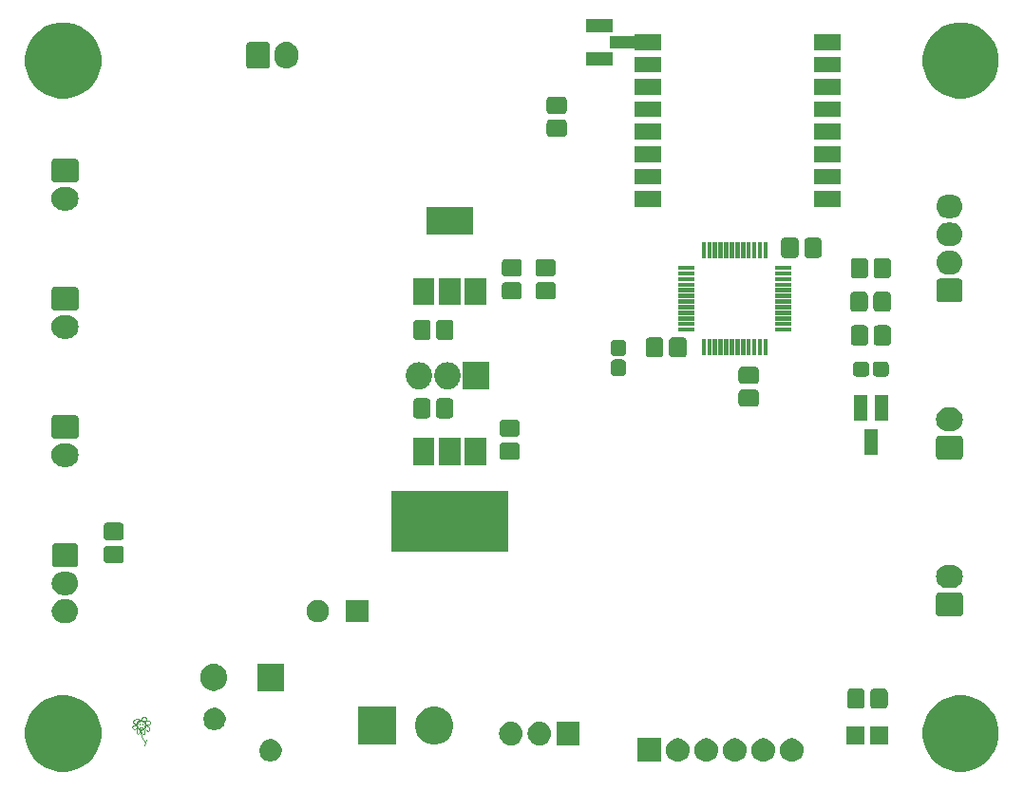
<source format=gts>
G04 #@! TF.GenerationSoftware,KiCad,Pcbnew,5.0.2-bee76a0~70~ubuntu16.04.1*
G04 #@! TF.CreationDate,2019-01-02T19:21:14+00:00*
G04 #@! TF.ProjectId,stm32l053c,73746d33-326c-4303-9533-632e6b696361,rev?*
G04 #@! TF.SameCoordinates,Original*
G04 #@! TF.FileFunction,Soldermask,Top*
G04 #@! TF.FilePolarity,Negative*
%FSLAX46Y46*%
G04 Gerber Fmt 4.6, Leading zero omitted, Abs format (unit mm)*
G04 Created by KiCad (PCBNEW 5.0.2-bee76a0~70~ubuntu16.04.1) date Wed 02 Jan 2019 19:21:14 GMT*
%MOMM*%
%LPD*%
G01*
G04 APERTURE LIST*
%ADD10C,0.150000*%
%ADD11C,0.127000*%
%ADD12C,0.076200*%
%ADD13C,0.101600*%
G04 APERTURE END LIST*
D10*
G04 #@! TO.C,REF\002A\002A*
X97151623Y-116700000D02*
G75*
G03X97151623Y-116700000I-31623J0D01*
G01*
D11*
X97390000Y-116780000D02*
G75*
G03X97390000Y-116780000I-410000J0D01*
G01*
D10*
X96871623Y-116700000D02*
G75*
G03X96871623Y-116700000I-31623J0D01*
G01*
D12*
X96790000Y-116920000D02*
X96910000Y-116990000D01*
X96910000Y-116990000D02*
X97040000Y-116980000D01*
X97040000Y-116980000D02*
X97160000Y-116890000D01*
D13*
X96870000Y-116310000D02*
X96600000Y-116170000D01*
X96600000Y-116170000D02*
X96320000Y-116240000D01*
X96320000Y-116240000D02*
X96210000Y-116430000D01*
X96210000Y-116430000D02*
X96320000Y-116600000D01*
X96320000Y-116600000D02*
X96530000Y-116650000D01*
X96540000Y-116720000D02*
X96270000Y-116770000D01*
X96270000Y-116770000D02*
X96180000Y-116920000D01*
X96180000Y-116920000D02*
X96220000Y-117050000D01*
X96220000Y-117050000D02*
X96340000Y-117130000D01*
X96340000Y-117130000D02*
X96590000Y-117070000D01*
X96610000Y-117090000D02*
X96530000Y-117290000D01*
X96530000Y-117290000D02*
X96540000Y-117480000D01*
X96540000Y-117480000D02*
X96650000Y-117520000D01*
X96650000Y-117520000D02*
X96770000Y-117480000D01*
X96770000Y-117480000D02*
X96830000Y-117370000D01*
X96830000Y-117370000D02*
X96850000Y-117260000D01*
X96850000Y-117260000D02*
X96870000Y-117240000D01*
X96870000Y-117240000D02*
X96840000Y-117260000D01*
X96840000Y-117260000D02*
X96830000Y-117230000D01*
X96940000Y-116350000D02*
X97030000Y-116080000D01*
X97030000Y-116080000D02*
X97190000Y-116020000D01*
X97190000Y-116020000D02*
X97360000Y-116050000D01*
X97360000Y-116050000D02*
X97410000Y-116160000D01*
X97410000Y-116160000D02*
X97390000Y-116270000D01*
X97390000Y-116270000D02*
X97300000Y-116410000D01*
X97270000Y-116400000D02*
X97640000Y-116390000D01*
X97640000Y-116390000D02*
X97750000Y-116490000D01*
X97750000Y-116490000D02*
X97770000Y-116640000D01*
X97770000Y-116640000D02*
X97670000Y-116710000D01*
X97670000Y-116710000D02*
X97520000Y-116720000D01*
X97520000Y-116720000D02*
X97420000Y-116720000D01*
X97420000Y-116750000D02*
X97600000Y-116860000D01*
X97600000Y-116860000D02*
X97700000Y-117000000D01*
X97700000Y-117000000D02*
X97700000Y-117140000D01*
X97700000Y-117140000D02*
X97660000Y-117240000D01*
X97660000Y-117240000D02*
X97550000Y-117280000D01*
X97550000Y-117280000D02*
X97420000Y-117250000D01*
X97420000Y-117250000D02*
X97330000Y-117120000D01*
X96900000Y-117250000D02*
X96970000Y-117440000D01*
X96970000Y-117440000D02*
X97090000Y-117570000D01*
X97090000Y-117570000D02*
X97210000Y-117540000D01*
X97210000Y-117540000D02*
X97260000Y-117450000D01*
X97260000Y-117450000D02*
X97240000Y-117350000D01*
X97240000Y-117350000D02*
X97240000Y-117180000D01*
X96870000Y-117340000D02*
X96960000Y-117770000D01*
X96960000Y-117770000D02*
X97180000Y-118070000D01*
X97180000Y-118070000D02*
X97300000Y-118350000D01*
X97300000Y-118350000D02*
X97260000Y-118570000D01*
X97260000Y-118570000D02*
X97420000Y-118050000D01*
G36*
X170991743Y-114230660D02*
X171610504Y-114486959D01*
X172167374Y-114859048D01*
X172640952Y-115332626D01*
X173013041Y-115889496D01*
X173269340Y-116508257D01*
X173400000Y-117165129D01*
X173400000Y-117834871D01*
X173269340Y-118491743D01*
X173013041Y-119110504D01*
X172640952Y-119667374D01*
X172167374Y-120140952D01*
X171610504Y-120513041D01*
X170991743Y-120769340D01*
X170334871Y-120900000D01*
X169665129Y-120900000D01*
X169008257Y-120769340D01*
X168389496Y-120513041D01*
X167832626Y-120140952D01*
X167359048Y-119667374D01*
X166986959Y-119110504D01*
X166730660Y-118491743D01*
X166600000Y-117834871D01*
X166600000Y-117165129D01*
X166730660Y-116508257D01*
X166986959Y-115889496D01*
X167359048Y-115332626D01*
X167832626Y-114859048D01*
X168389496Y-114486959D01*
X169008257Y-114230660D01*
X169665129Y-114100000D01*
X170334871Y-114100000D01*
X170991743Y-114230660D01*
X170991743Y-114230660D01*
G37*
G36*
X90991743Y-114230660D02*
X91610504Y-114486959D01*
X92167374Y-114859048D01*
X92640952Y-115332626D01*
X93013041Y-115889496D01*
X93269340Y-116508257D01*
X93400000Y-117165129D01*
X93400000Y-117834871D01*
X93269340Y-118491743D01*
X93013041Y-119110504D01*
X92640952Y-119667374D01*
X92167374Y-120140952D01*
X91610504Y-120513041D01*
X90991743Y-120769340D01*
X90334871Y-120900000D01*
X89665129Y-120900000D01*
X89008257Y-120769340D01*
X88389496Y-120513041D01*
X87832626Y-120140952D01*
X87359048Y-119667374D01*
X86986959Y-119110504D01*
X86730660Y-118491743D01*
X86600000Y-117834871D01*
X86600000Y-117165129D01*
X86730660Y-116508257D01*
X86986959Y-115889496D01*
X87359048Y-115332626D01*
X87832626Y-114859048D01*
X88389496Y-114486959D01*
X89008257Y-114230660D01*
X89665129Y-114100000D01*
X90334871Y-114100000D01*
X90991743Y-114230660D01*
X90991743Y-114230660D01*
G37*
G36*
X150065836Y-117945193D02*
X150263762Y-118005233D01*
X150446171Y-118102733D01*
X150606054Y-118233946D01*
X150737267Y-118393829D01*
X150834767Y-118576238D01*
X150894807Y-118774164D01*
X150915080Y-118980000D01*
X150894807Y-119185836D01*
X150834767Y-119383762D01*
X150737267Y-119566171D01*
X150606054Y-119726054D01*
X150446171Y-119857267D01*
X150263762Y-119954767D01*
X150065836Y-120014807D01*
X149911578Y-120030000D01*
X149808422Y-120030000D01*
X149654164Y-120014807D01*
X149456238Y-119954767D01*
X149273829Y-119857267D01*
X149113946Y-119726054D01*
X148982733Y-119566171D01*
X148885233Y-119383762D01*
X148825193Y-119185836D01*
X148804920Y-118980000D01*
X148825193Y-118774164D01*
X148885233Y-118576238D01*
X148982733Y-118393829D01*
X149113946Y-118233946D01*
X149273829Y-118102733D01*
X149456238Y-118005233D01*
X149654164Y-117945193D01*
X149808422Y-117930000D01*
X149911578Y-117930000D01*
X150065836Y-117945193D01*
X150065836Y-117945193D01*
G37*
G36*
X147525836Y-117945193D02*
X147723762Y-118005233D01*
X147906171Y-118102733D01*
X148066054Y-118233946D01*
X148197267Y-118393829D01*
X148294767Y-118576238D01*
X148354807Y-118774164D01*
X148375080Y-118980000D01*
X148354807Y-119185836D01*
X148294767Y-119383762D01*
X148197267Y-119566171D01*
X148066054Y-119726054D01*
X147906171Y-119857267D01*
X147723762Y-119954767D01*
X147525836Y-120014807D01*
X147371578Y-120030000D01*
X147268422Y-120030000D01*
X147114164Y-120014807D01*
X146916238Y-119954767D01*
X146733829Y-119857267D01*
X146573946Y-119726054D01*
X146442733Y-119566171D01*
X146345233Y-119383762D01*
X146285193Y-119185836D01*
X146264920Y-118980000D01*
X146285193Y-118774164D01*
X146345233Y-118576238D01*
X146442733Y-118393829D01*
X146573946Y-118233946D01*
X146733829Y-118102733D01*
X146916238Y-118005233D01*
X147114164Y-117945193D01*
X147268422Y-117930000D01*
X147371578Y-117930000D01*
X147525836Y-117945193D01*
X147525836Y-117945193D01*
G37*
G36*
X143290000Y-120030000D02*
X141190000Y-120030000D01*
X141190000Y-117930000D01*
X143290000Y-117930000D01*
X143290000Y-120030000D01*
X143290000Y-120030000D01*
G37*
G36*
X144985836Y-117945193D02*
X145183762Y-118005233D01*
X145366171Y-118102733D01*
X145526054Y-118233946D01*
X145657267Y-118393829D01*
X145754767Y-118576238D01*
X145814807Y-118774164D01*
X145835080Y-118980000D01*
X145814807Y-119185836D01*
X145754767Y-119383762D01*
X145657267Y-119566171D01*
X145526054Y-119726054D01*
X145366171Y-119857267D01*
X145183762Y-119954767D01*
X144985836Y-120014807D01*
X144831578Y-120030000D01*
X144728422Y-120030000D01*
X144574164Y-120014807D01*
X144376238Y-119954767D01*
X144193829Y-119857267D01*
X144033946Y-119726054D01*
X143902733Y-119566171D01*
X143805233Y-119383762D01*
X143745193Y-119185836D01*
X143724920Y-118980000D01*
X143745193Y-118774164D01*
X143805233Y-118576238D01*
X143902733Y-118393829D01*
X144033946Y-118233946D01*
X144193829Y-118102733D01*
X144376238Y-118005233D01*
X144574164Y-117945193D01*
X144728422Y-117930000D01*
X144831578Y-117930000D01*
X144985836Y-117945193D01*
X144985836Y-117945193D01*
G37*
G36*
X152605836Y-117945193D02*
X152803762Y-118005233D01*
X152986171Y-118102733D01*
X153146054Y-118233946D01*
X153277267Y-118393829D01*
X153374767Y-118576238D01*
X153434807Y-118774164D01*
X153455080Y-118980000D01*
X153434807Y-119185836D01*
X153374767Y-119383762D01*
X153277267Y-119566171D01*
X153146054Y-119726054D01*
X152986171Y-119857267D01*
X152803762Y-119954767D01*
X152605836Y-120014807D01*
X152451578Y-120030000D01*
X152348422Y-120030000D01*
X152194164Y-120014807D01*
X151996238Y-119954767D01*
X151813829Y-119857267D01*
X151653946Y-119726054D01*
X151522733Y-119566171D01*
X151425233Y-119383762D01*
X151365193Y-119185836D01*
X151344920Y-118980000D01*
X151365193Y-118774164D01*
X151425233Y-118576238D01*
X151522733Y-118393829D01*
X151653946Y-118233946D01*
X151813829Y-118102733D01*
X151996238Y-118005233D01*
X152194164Y-117945193D01*
X152348422Y-117930000D01*
X152451578Y-117930000D01*
X152605836Y-117945193D01*
X152605836Y-117945193D01*
G37*
G36*
X155145836Y-117945193D02*
X155343762Y-118005233D01*
X155526171Y-118102733D01*
X155686054Y-118233946D01*
X155817267Y-118393829D01*
X155914767Y-118576238D01*
X155974807Y-118774164D01*
X155995080Y-118980000D01*
X155974807Y-119185836D01*
X155914767Y-119383762D01*
X155817267Y-119566171D01*
X155686054Y-119726054D01*
X155526171Y-119857267D01*
X155343762Y-119954767D01*
X155145836Y-120014807D01*
X154991578Y-120030000D01*
X154888422Y-120030000D01*
X154734164Y-120014807D01*
X154536238Y-119954767D01*
X154353829Y-119857267D01*
X154193946Y-119726054D01*
X154062733Y-119566171D01*
X153965233Y-119383762D01*
X153905193Y-119185836D01*
X153884920Y-118980000D01*
X153905193Y-118774164D01*
X153965233Y-118576238D01*
X154062733Y-118393829D01*
X154193946Y-118233946D01*
X154353829Y-118102733D01*
X154536238Y-118005233D01*
X154734164Y-117945193D01*
X154888422Y-117930000D01*
X154991578Y-117930000D01*
X155145836Y-117945193D01*
X155145836Y-117945193D01*
G37*
G36*
X108791689Y-118038429D02*
X108791692Y-118038430D01*
X108791691Y-118038430D01*
X108973678Y-118113811D01*
X109137462Y-118223248D01*
X109276752Y-118362538D01*
X109297659Y-118393828D01*
X109386189Y-118526322D01*
X109461571Y-118708311D01*
X109500000Y-118901509D01*
X109500000Y-119098491D01*
X109461571Y-119291689D01*
X109386189Y-119473678D01*
X109276751Y-119637463D01*
X109137463Y-119776751D01*
X108973678Y-119886189D01*
X108791689Y-119961571D01*
X108598491Y-120000000D01*
X108401509Y-120000000D01*
X108208311Y-119961571D01*
X108026322Y-119886189D01*
X107862537Y-119776751D01*
X107723249Y-119637463D01*
X107613811Y-119473678D01*
X107538429Y-119291689D01*
X107500000Y-119098491D01*
X107500000Y-118901509D01*
X107538429Y-118708311D01*
X107613811Y-118526322D01*
X107702341Y-118393828D01*
X107723248Y-118362538D01*
X107862538Y-118223248D01*
X108026322Y-118113811D01*
X108208309Y-118038430D01*
X108208308Y-118038430D01*
X108208311Y-118038429D01*
X108401509Y-118000000D01*
X108598491Y-118000000D01*
X108791689Y-118038429D01*
X108791689Y-118038429D01*
G37*
G36*
X136050000Y-118550000D02*
X133950000Y-118550000D01*
X133950000Y-116450000D01*
X136050000Y-116450000D01*
X136050000Y-118550000D01*
X136050000Y-118550000D01*
G37*
G36*
X132665836Y-116465193D02*
X132863762Y-116525233D01*
X133046171Y-116622733D01*
X133206054Y-116753946D01*
X133337267Y-116913829D01*
X133434767Y-117096238D01*
X133494807Y-117294164D01*
X133515080Y-117500000D01*
X133494807Y-117705836D01*
X133434767Y-117903762D01*
X133337267Y-118086171D01*
X133206054Y-118246054D01*
X133046171Y-118377267D01*
X132863762Y-118474767D01*
X132665836Y-118534807D01*
X132511578Y-118550000D01*
X132408422Y-118550000D01*
X132254164Y-118534807D01*
X132056238Y-118474767D01*
X131873829Y-118377267D01*
X131713946Y-118246054D01*
X131582733Y-118086171D01*
X131485233Y-117903762D01*
X131425193Y-117705836D01*
X131404920Y-117500000D01*
X131425193Y-117294164D01*
X131485233Y-117096238D01*
X131582733Y-116913829D01*
X131713946Y-116753946D01*
X131873829Y-116622733D01*
X132056238Y-116525233D01*
X132254164Y-116465193D01*
X132408422Y-116450000D01*
X132511578Y-116450000D01*
X132665836Y-116465193D01*
X132665836Y-116465193D01*
G37*
G36*
X130125836Y-116465193D02*
X130323762Y-116525233D01*
X130506171Y-116622733D01*
X130666054Y-116753946D01*
X130797267Y-116913829D01*
X130894767Y-117096238D01*
X130954807Y-117294164D01*
X130975080Y-117500000D01*
X130954807Y-117705836D01*
X130894767Y-117903762D01*
X130797267Y-118086171D01*
X130666054Y-118246054D01*
X130506171Y-118377267D01*
X130323762Y-118474767D01*
X130125836Y-118534807D01*
X129971578Y-118550000D01*
X129868422Y-118550000D01*
X129714164Y-118534807D01*
X129516238Y-118474767D01*
X129333829Y-118377267D01*
X129173946Y-118246054D01*
X129042733Y-118086171D01*
X128945233Y-117903762D01*
X128885193Y-117705836D01*
X128864920Y-117500000D01*
X128885193Y-117294164D01*
X128945233Y-117096238D01*
X129042733Y-116913829D01*
X129173946Y-116753946D01*
X129333829Y-116622733D01*
X129516238Y-116525233D01*
X129714164Y-116465193D01*
X129868422Y-116450000D01*
X129971578Y-116450000D01*
X130125836Y-116465193D01*
X130125836Y-116465193D01*
G37*
G36*
X123575873Y-115165330D02*
X123839073Y-115274351D01*
X123885252Y-115293479D01*
X124163687Y-115479523D01*
X124400477Y-115716313D01*
X124586521Y-115994748D01*
X124714670Y-116304128D01*
X124780000Y-116632565D01*
X124780000Y-116967435D01*
X124714670Y-117295872D01*
X124586521Y-117605252D01*
X124400477Y-117883687D01*
X124163687Y-118120477D01*
X123993868Y-118233946D01*
X123885252Y-118306521D01*
X123575873Y-118434670D01*
X123247435Y-118500000D01*
X122912565Y-118500000D01*
X122584127Y-118434670D01*
X122274748Y-118306521D01*
X122166132Y-118233946D01*
X121996313Y-118120477D01*
X121759523Y-117883687D01*
X121573479Y-117605252D01*
X121445330Y-117295872D01*
X121380000Y-116967435D01*
X121380000Y-116632565D01*
X121445330Y-116304128D01*
X121573479Y-115994748D01*
X121759523Y-115716313D01*
X121996313Y-115479523D01*
X122274748Y-115293479D01*
X122320927Y-115274351D01*
X122584127Y-115165330D01*
X122912565Y-115100000D01*
X123247435Y-115100000D01*
X123575873Y-115165330D01*
X123575873Y-115165330D01*
G37*
G36*
X119700000Y-118500000D02*
X116300000Y-118500000D01*
X116300000Y-115100000D01*
X119700000Y-115100000D01*
X119700000Y-118500000D01*
X119700000Y-118500000D01*
G37*
G36*
X161450420Y-118499440D02*
X159851540Y-118499440D01*
X159851540Y-116900560D01*
X161450420Y-116900560D01*
X161450420Y-118499440D01*
X161450420Y-118499440D01*
G37*
G36*
X163548460Y-118499440D02*
X161949580Y-118499440D01*
X161949580Y-116900560D01*
X163548460Y-116900560D01*
X163548460Y-118499440D01*
X163548460Y-118499440D01*
G37*
G36*
X103791689Y-115238429D02*
X103973678Y-115313811D01*
X104137463Y-115423249D01*
X104276751Y-115562537D01*
X104386189Y-115726322D01*
X104461571Y-115908311D01*
X104500000Y-116101509D01*
X104500000Y-116298491D01*
X104461571Y-116491689D01*
X104461570Y-116491691D01*
X104386189Y-116673678D01*
X104332556Y-116753946D01*
X104276751Y-116837463D01*
X104137463Y-116976751D01*
X103973678Y-117086189D01*
X103791689Y-117161571D01*
X103598491Y-117200000D01*
X103401509Y-117200000D01*
X103208311Y-117161571D01*
X103026322Y-117086189D01*
X102862537Y-116976751D01*
X102723249Y-116837463D01*
X102667445Y-116753946D01*
X102613811Y-116673678D01*
X102538430Y-116491691D01*
X102538429Y-116491689D01*
X102500000Y-116298491D01*
X102500000Y-116101509D01*
X102538429Y-115908311D01*
X102613811Y-115726322D01*
X102723249Y-115562537D01*
X102862537Y-115423249D01*
X103026322Y-115313811D01*
X103208311Y-115238429D01*
X103401509Y-115200000D01*
X103598491Y-115200000D01*
X103791689Y-115238429D01*
X103791689Y-115238429D01*
G37*
G36*
X163240135Y-113506322D02*
X163300666Y-113524684D01*
X163356460Y-113554507D01*
X163405361Y-113594639D01*
X163445493Y-113643540D01*
X163475316Y-113699334D01*
X163493678Y-113759865D01*
X163500000Y-113824057D01*
X163500000Y-114975943D01*
X163493678Y-115040135D01*
X163475316Y-115100666D01*
X163445493Y-115156460D01*
X163405361Y-115205361D01*
X163356460Y-115245493D01*
X163300666Y-115275316D01*
X163240135Y-115293678D01*
X163175943Y-115300000D01*
X162274057Y-115300000D01*
X162209865Y-115293678D01*
X162149334Y-115275316D01*
X162093540Y-115245493D01*
X162044639Y-115205361D01*
X162004507Y-115156460D01*
X161974684Y-115100666D01*
X161956322Y-115040135D01*
X161950000Y-114975943D01*
X161950000Y-113824057D01*
X161956322Y-113759865D01*
X161974684Y-113699334D01*
X162004507Y-113643540D01*
X162044639Y-113594639D01*
X162093540Y-113554507D01*
X162149334Y-113524684D01*
X162209865Y-113506322D01*
X162274057Y-113500000D01*
X163175943Y-113500000D01*
X163240135Y-113506322D01*
X163240135Y-113506322D01*
G37*
G36*
X161190135Y-113506322D02*
X161250666Y-113524684D01*
X161306460Y-113554507D01*
X161355361Y-113594639D01*
X161395493Y-113643540D01*
X161425316Y-113699334D01*
X161443678Y-113759865D01*
X161450000Y-113824057D01*
X161450000Y-114975943D01*
X161443678Y-115040135D01*
X161425316Y-115100666D01*
X161395493Y-115156460D01*
X161355361Y-115205361D01*
X161306460Y-115245493D01*
X161250666Y-115275316D01*
X161190135Y-115293678D01*
X161125943Y-115300000D01*
X160224057Y-115300000D01*
X160159865Y-115293678D01*
X160099334Y-115275316D01*
X160043540Y-115245493D01*
X159994639Y-115205361D01*
X159954507Y-115156460D01*
X159924684Y-115100666D01*
X159906322Y-115040135D01*
X159900000Y-114975943D01*
X159900000Y-113824057D01*
X159906322Y-113759865D01*
X159924684Y-113699334D01*
X159954507Y-113643540D01*
X159994639Y-113594639D01*
X160043540Y-113554507D01*
X160099334Y-113524684D01*
X160159865Y-113506322D01*
X160224057Y-113500000D01*
X161125943Y-113500000D01*
X161190135Y-113506322D01*
X161190135Y-113506322D01*
G37*
G36*
X103655241Y-111317363D02*
X103655244Y-111317364D01*
X103655245Y-111317364D01*
X103881439Y-111385979D01*
X103940626Y-111417615D01*
X104089910Y-111497409D01*
X104272634Y-111647366D01*
X104422591Y-111830090D01*
X104502385Y-111979374D01*
X104534021Y-112038561D01*
X104602636Y-112264755D01*
X104602637Y-112264759D01*
X104625806Y-112500000D01*
X104602637Y-112735241D01*
X104602636Y-112735244D01*
X104602636Y-112735245D01*
X104534021Y-112961439D01*
X104534019Y-112961442D01*
X104422591Y-113169910D01*
X104272634Y-113352634D01*
X104089910Y-113502591D01*
X103940626Y-113582385D01*
X103881439Y-113614021D01*
X103655245Y-113682636D01*
X103655244Y-113682636D01*
X103655241Y-113682637D01*
X103478950Y-113700000D01*
X103361050Y-113700000D01*
X103184759Y-113682637D01*
X103184756Y-113682636D01*
X103184755Y-113682636D01*
X102958561Y-113614021D01*
X102899374Y-113582385D01*
X102750090Y-113502591D01*
X102567366Y-113352634D01*
X102417409Y-113169910D01*
X102305981Y-112961442D01*
X102305979Y-112961439D01*
X102237364Y-112735245D01*
X102237364Y-112735244D01*
X102237363Y-112735241D01*
X102214194Y-112500000D01*
X102237363Y-112264759D01*
X102237364Y-112264755D01*
X102305979Y-112038561D01*
X102337615Y-111979374D01*
X102417409Y-111830090D01*
X102567366Y-111647366D01*
X102750090Y-111497409D01*
X102899374Y-111417615D01*
X102958561Y-111385979D01*
X103184755Y-111317364D01*
X103184756Y-111317364D01*
X103184759Y-111317363D01*
X103361050Y-111300000D01*
X103478950Y-111300000D01*
X103655241Y-111317363D01*
X103655241Y-111317363D01*
G37*
G36*
X109700000Y-113700000D02*
X107300000Y-113700000D01*
X107300000Y-111300000D01*
X109700000Y-111300000D01*
X109700000Y-113700000D01*
X109700000Y-113700000D01*
G37*
G36*
X90500836Y-105565193D02*
X90698762Y-105625233D01*
X90881171Y-105722733D01*
X91041054Y-105853946D01*
X91172267Y-106013829D01*
X91269767Y-106196238D01*
X91329807Y-106394164D01*
X91350080Y-106600000D01*
X91329807Y-106805836D01*
X91269767Y-107003762D01*
X91172267Y-107186171D01*
X91041054Y-107346054D01*
X90881171Y-107477267D01*
X90698762Y-107574767D01*
X90500836Y-107634807D01*
X90346578Y-107650000D01*
X89993422Y-107650000D01*
X89839164Y-107634807D01*
X89641238Y-107574767D01*
X89458829Y-107477267D01*
X89298946Y-107346054D01*
X89167733Y-107186171D01*
X89070233Y-107003762D01*
X89010193Y-106805836D01*
X88989920Y-106600000D01*
X89010193Y-106394164D01*
X89070233Y-106196238D01*
X89167733Y-106013829D01*
X89298946Y-105853946D01*
X89458829Y-105722733D01*
X89641238Y-105625233D01*
X89839164Y-105565193D01*
X89993422Y-105550000D01*
X90346578Y-105550000D01*
X90500836Y-105565193D01*
X90500836Y-105565193D01*
G37*
G36*
X112991689Y-105638429D02*
X112991692Y-105638430D01*
X112991691Y-105638430D01*
X113173678Y-105713811D01*
X113337462Y-105823248D01*
X113476752Y-105962538D01*
X113586189Y-106126322D01*
X113661571Y-106308311D01*
X113700000Y-106501509D01*
X113700000Y-106698491D01*
X113661571Y-106891689D01*
X113595997Y-107050000D01*
X113586189Y-107073678D01*
X113511024Y-107186171D01*
X113476751Y-107237463D01*
X113337463Y-107376751D01*
X113173678Y-107486189D01*
X112991689Y-107561571D01*
X112798491Y-107600000D01*
X112601509Y-107600000D01*
X112408311Y-107561571D01*
X112226322Y-107486189D01*
X112062537Y-107376751D01*
X111923249Y-107237463D01*
X111888977Y-107186171D01*
X111813811Y-107073678D01*
X111804003Y-107050000D01*
X111738429Y-106891689D01*
X111700000Y-106698491D01*
X111700000Y-106501509D01*
X111738429Y-106308311D01*
X111813811Y-106126322D01*
X111923248Y-105962538D01*
X112062538Y-105823248D01*
X112226322Y-105713811D01*
X112408309Y-105638430D01*
X112408308Y-105638430D01*
X112408311Y-105638429D01*
X112601509Y-105600000D01*
X112798491Y-105600000D01*
X112991689Y-105638429D01*
X112991689Y-105638429D01*
G37*
G36*
X117200000Y-107600000D02*
X115200000Y-107600000D01*
X115200000Y-105600000D01*
X117200000Y-105600000D01*
X117200000Y-107600000D01*
X117200000Y-107600000D01*
G37*
G36*
X169965606Y-104955714D02*
X170020208Y-104972277D01*
X170070526Y-104999173D01*
X170114631Y-105035369D01*
X170150827Y-105079474D01*
X170177723Y-105129792D01*
X170194286Y-105184394D01*
X170200000Y-105242408D01*
X170200000Y-106757592D01*
X170194286Y-106815606D01*
X170177723Y-106870208D01*
X170150827Y-106920526D01*
X170114631Y-106964631D01*
X170070526Y-107000827D01*
X170020208Y-107027723D01*
X169965606Y-107044286D01*
X169907592Y-107050000D01*
X168092408Y-107050000D01*
X168034394Y-107044286D01*
X167979792Y-107027723D01*
X167929474Y-107000827D01*
X167885369Y-106964631D01*
X167849173Y-106920526D01*
X167822277Y-106870208D01*
X167805714Y-106815606D01*
X167800000Y-106757592D01*
X167800000Y-105242408D01*
X167805714Y-105184394D01*
X167822277Y-105129792D01*
X167849173Y-105079474D01*
X167885369Y-105035369D01*
X167929474Y-104999173D01*
X167979792Y-104972277D01*
X168034394Y-104955714D01*
X168092408Y-104950000D01*
X169907592Y-104950000D01*
X169965606Y-104955714D01*
X169965606Y-104955714D01*
G37*
G36*
X90500836Y-103065193D02*
X90698762Y-103125233D01*
X90881171Y-103222733D01*
X91041054Y-103353946D01*
X91172267Y-103513829D01*
X91269767Y-103696238D01*
X91329807Y-103894164D01*
X91350080Y-104100000D01*
X91329807Y-104305836D01*
X91269767Y-104503762D01*
X91172267Y-104686171D01*
X91041054Y-104846054D01*
X90881171Y-104977267D01*
X90698762Y-105074767D01*
X90500836Y-105134807D01*
X90346578Y-105150000D01*
X89993422Y-105150000D01*
X89839164Y-105134807D01*
X89641238Y-105074767D01*
X89458829Y-104977267D01*
X89298946Y-104846054D01*
X89167733Y-104686171D01*
X89070233Y-104503762D01*
X89010193Y-104305836D01*
X88989920Y-104100000D01*
X89010193Y-103894164D01*
X89070233Y-103696238D01*
X89167733Y-103513829D01*
X89298946Y-103353946D01*
X89458829Y-103222733D01*
X89641238Y-103125233D01*
X89839164Y-103065193D01*
X89993422Y-103050000D01*
X90346578Y-103050000D01*
X90500836Y-103065193D01*
X90500836Y-103065193D01*
G37*
G36*
X169355836Y-102465193D02*
X169553762Y-102525233D01*
X169736171Y-102622733D01*
X169896054Y-102753946D01*
X170027267Y-102913829D01*
X170124767Y-103096238D01*
X170184807Y-103294164D01*
X170205080Y-103500000D01*
X170184807Y-103705836D01*
X170124767Y-103903762D01*
X170027267Y-104086171D01*
X169896054Y-104246054D01*
X169736171Y-104377267D01*
X169553762Y-104474767D01*
X169355836Y-104534807D01*
X169201578Y-104550000D01*
X168798422Y-104550000D01*
X168644164Y-104534807D01*
X168446238Y-104474767D01*
X168263829Y-104377267D01*
X168103946Y-104246054D01*
X167972733Y-104086171D01*
X167875233Y-103903762D01*
X167815193Y-103705836D01*
X167794920Y-103500000D01*
X167815193Y-103294164D01*
X167875233Y-103096238D01*
X167972733Y-102913829D01*
X168103946Y-102753946D01*
X168263829Y-102622733D01*
X168446238Y-102525233D01*
X168644164Y-102465193D01*
X168798422Y-102450000D01*
X169201578Y-102450000D01*
X169355836Y-102465193D01*
X169355836Y-102465193D01*
G37*
G36*
X91110606Y-100555714D02*
X91165208Y-100572277D01*
X91215526Y-100599173D01*
X91259631Y-100635369D01*
X91295827Y-100679474D01*
X91322723Y-100729792D01*
X91339286Y-100784394D01*
X91345000Y-100842408D01*
X91345000Y-102357592D01*
X91339286Y-102415606D01*
X91322723Y-102470208D01*
X91295827Y-102520526D01*
X91259631Y-102564631D01*
X91215526Y-102600827D01*
X91165208Y-102627723D01*
X91110606Y-102644286D01*
X91052592Y-102650000D01*
X89287408Y-102650000D01*
X89229394Y-102644286D01*
X89174792Y-102627723D01*
X89124474Y-102600827D01*
X89080369Y-102564631D01*
X89044173Y-102520526D01*
X89017277Y-102470208D01*
X89000714Y-102415606D01*
X88995000Y-102357592D01*
X88995000Y-100842408D01*
X89000714Y-100784394D01*
X89017277Y-100729792D01*
X89044173Y-100679474D01*
X89080369Y-100635369D01*
X89124474Y-100599173D01*
X89174792Y-100572277D01*
X89229394Y-100555714D01*
X89287408Y-100550000D01*
X91052592Y-100550000D01*
X91110606Y-100555714D01*
X91110606Y-100555714D01*
G37*
G36*
X95140135Y-100756322D02*
X95200666Y-100774684D01*
X95256460Y-100804507D01*
X95305361Y-100844639D01*
X95345493Y-100893540D01*
X95375316Y-100949334D01*
X95393678Y-101009865D01*
X95400000Y-101074057D01*
X95400000Y-101975943D01*
X95393678Y-102040135D01*
X95375316Y-102100666D01*
X95345493Y-102156460D01*
X95305361Y-102205361D01*
X95256460Y-102245493D01*
X95200666Y-102275316D01*
X95140135Y-102293678D01*
X95075943Y-102300000D01*
X93924057Y-102300000D01*
X93859865Y-102293678D01*
X93799334Y-102275316D01*
X93743540Y-102245493D01*
X93694639Y-102205361D01*
X93654507Y-102156460D01*
X93624684Y-102100666D01*
X93606322Y-102040135D01*
X93600000Y-101975943D01*
X93600000Y-101074057D01*
X93606322Y-101009865D01*
X93624684Y-100949334D01*
X93654507Y-100893540D01*
X93694639Y-100844639D01*
X93743540Y-100804507D01*
X93799334Y-100774684D01*
X93859865Y-100756322D01*
X93924057Y-100750000D01*
X95075943Y-100750000D01*
X95140135Y-100756322D01*
X95140135Y-100756322D01*
G37*
G36*
X129660000Y-101270000D02*
X119260000Y-101270000D01*
X119260000Y-95870000D01*
X129660000Y-95870000D01*
X129660000Y-101270000D01*
X129660000Y-101270000D01*
G37*
G36*
X95140135Y-98706322D02*
X95200666Y-98724684D01*
X95256460Y-98754507D01*
X95305361Y-98794639D01*
X95345493Y-98843540D01*
X95375316Y-98899334D01*
X95393678Y-98959865D01*
X95400000Y-99024057D01*
X95400000Y-99925943D01*
X95393678Y-99990135D01*
X95375316Y-100050666D01*
X95345493Y-100106460D01*
X95305361Y-100155361D01*
X95256460Y-100195493D01*
X95200666Y-100225316D01*
X95140135Y-100243678D01*
X95075943Y-100250000D01*
X93924057Y-100250000D01*
X93859865Y-100243678D01*
X93799334Y-100225316D01*
X93743540Y-100195493D01*
X93694639Y-100155361D01*
X93654507Y-100106460D01*
X93624684Y-100050666D01*
X93606322Y-99990135D01*
X93600000Y-99925943D01*
X93600000Y-99024057D01*
X93606322Y-98959865D01*
X93624684Y-98899334D01*
X93654507Y-98843540D01*
X93694639Y-98794639D01*
X93743540Y-98754507D01*
X93799334Y-98724684D01*
X93859865Y-98706322D01*
X93924057Y-98700000D01*
X95075943Y-98700000D01*
X95140135Y-98706322D01*
X95140135Y-98706322D01*
G37*
G36*
X90525836Y-91635193D02*
X90723762Y-91695233D01*
X90906171Y-91792733D01*
X91066054Y-91923946D01*
X91197267Y-92083829D01*
X91294767Y-92266238D01*
X91354807Y-92464164D01*
X91375080Y-92670000D01*
X91354807Y-92875836D01*
X91294767Y-93073762D01*
X91197267Y-93256171D01*
X91066054Y-93416054D01*
X90906171Y-93547267D01*
X90723762Y-93644767D01*
X90525836Y-93704807D01*
X90371578Y-93720000D01*
X89968422Y-93720000D01*
X89814164Y-93704807D01*
X89616238Y-93644767D01*
X89433829Y-93547267D01*
X89273946Y-93416054D01*
X89142733Y-93256171D01*
X89045233Y-93073762D01*
X88985193Y-92875836D01*
X88964920Y-92670000D01*
X88985193Y-92464164D01*
X89045233Y-92266238D01*
X89142733Y-92083829D01*
X89273946Y-91923946D01*
X89433829Y-91792733D01*
X89616238Y-91695233D01*
X89814164Y-91635193D01*
X89968422Y-91620000D01*
X90371578Y-91620000D01*
X90525836Y-91635193D01*
X90525836Y-91635193D01*
G37*
G36*
X125410000Y-93570000D02*
X123510000Y-93570000D01*
X123510000Y-91170000D01*
X125410000Y-91170000D01*
X125410000Y-93570000D01*
X125410000Y-93570000D01*
G37*
G36*
X127710000Y-93570000D02*
X125810000Y-93570000D01*
X125810000Y-91170000D01*
X127710000Y-91170000D01*
X127710000Y-93570000D01*
X127710000Y-93570000D01*
G37*
G36*
X123110000Y-93570000D02*
X121210000Y-93570000D01*
X121210000Y-91170000D01*
X123110000Y-91170000D01*
X123110000Y-93570000D01*
X123110000Y-93570000D01*
G37*
G36*
X130440135Y-91556322D02*
X130500666Y-91574684D01*
X130556460Y-91604507D01*
X130605361Y-91644639D01*
X130645493Y-91693540D01*
X130675316Y-91749334D01*
X130693678Y-91809865D01*
X130700000Y-91874057D01*
X130700000Y-92775943D01*
X130693678Y-92840135D01*
X130675316Y-92900666D01*
X130645493Y-92956460D01*
X130605361Y-93005361D01*
X130556460Y-93045493D01*
X130500666Y-93075316D01*
X130440135Y-93093678D01*
X130375943Y-93100000D01*
X129224057Y-93100000D01*
X129159865Y-93093678D01*
X129099334Y-93075316D01*
X129043540Y-93045493D01*
X128994639Y-93005361D01*
X128954507Y-92956460D01*
X128924684Y-92900666D01*
X128906322Y-92840135D01*
X128900000Y-92775943D01*
X128900000Y-91874057D01*
X128906322Y-91809865D01*
X128924684Y-91749334D01*
X128954507Y-91693540D01*
X128994639Y-91644639D01*
X129043540Y-91604507D01*
X129099334Y-91574684D01*
X129159865Y-91556322D01*
X129224057Y-91550000D01*
X130375943Y-91550000D01*
X130440135Y-91556322D01*
X130440135Y-91556322D01*
G37*
G36*
X169965606Y-90955714D02*
X170020208Y-90972277D01*
X170070526Y-90999173D01*
X170114631Y-91035369D01*
X170150827Y-91079474D01*
X170177723Y-91129792D01*
X170194286Y-91184394D01*
X170200000Y-91242408D01*
X170200000Y-92757592D01*
X170194286Y-92815606D01*
X170177723Y-92870208D01*
X170150827Y-92920526D01*
X170114631Y-92964631D01*
X170070526Y-93000827D01*
X170020208Y-93027723D01*
X169965606Y-93044286D01*
X169907592Y-93050000D01*
X168092408Y-93050000D01*
X168034394Y-93044286D01*
X167979792Y-93027723D01*
X167929474Y-93000827D01*
X167885369Y-92964631D01*
X167849173Y-92920526D01*
X167822277Y-92870208D01*
X167805714Y-92815606D01*
X167800000Y-92757592D01*
X167800000Y-91242408D01*
X167805714Y-91184394D01*
X167822277Y-91129792D01*
X167849173Y-91079474D01*
X167885369Y-91035369D01*
X167929474Y-90999173D01*
X167979792Y-90972277D01*
X168034394Y-90955714D01*
X168092408Y-90950000D01*
X169907592Y-90950000D01*
X169965606Y-90955714D01*
X169965606Y-90955714D01*
G37*
G36*
X162600000Y-92650000D02*
X161400000Y-92650000D01*
X161400000Y-90350000D01*
X162600000Y-90350000D01*
X162600000Y-92650000D01*
X162600000Y-92650000D01*
G37*
G36*
X91135606Y-89125714D02*
X91190208Y-89142277D01*
X91240526Y-89169173D01*
X91284631Y-89205369D01*
X91320827Y-89249474D01*
X91347723Y-89299792D01*
X91364286Y-89354394D01*
X91370000Y-89412408D01*
X91370000Y-90927592D01*
X91364286Y-90985606D01*
X91347723Y-91040208D01*
X91320827Y-91090526D01*
X91284631Y-91134631D01*
X91240526Y-91170827D01*
X91190208Y-91197723D01*
X91135606Y-91214286D01*
X91077592Y-91220000D01*
X89262408Y-91220000D01*
X89204394Y-91214286D01*
X89149792Y-91197723D01*
X89099474Y-91170827D01*
X89055369Y-91134631D01*
X89019173Y-91090526D01*
X88992277Y-91040208D01*
X88975714Y-90985606D01*
X88970000Y-90927592D01*
X88970000Y-89412408D01*
X88975714Y-89354394D01*
X88992277Y-89299792D01*
X89019173Y-89249474D01*
X89055369Y-89205369D01*
X89099474Y-89169173D01*
X89149792Y-89142277D01*
X89204394Y-89125714D01*
X89262408Y-89120000D01*
X91077592Y-89120000D01*
X91135606Y-89125714D01*
X91135606Y-89125714D01*
G37*
G36*
X130440135Y-89506322D02*
X130500666Y-89524684D01*
X130556460Y-89554507D01*
X130605361Y-89594639D01*
X130645493Y-89643540D01*
X130675316Y-89699334D01*
X130693678Y-89759865D01*
X130700000Y-89824057D01*
X130700000Y-90725943D01*
X130693678Y-90790135D01*
X130675316Y-90850666D01*
X130645493Y-90906460D01*
X130605361Y-90955361D01*
X130556460Y-90995493D01*
X130500666Y-91025316D01*
X130440135Y-91043678D01*
X130375943Y-91050000D01*
X129224057Y-91050000D01*
X129159865Y-91043678D01*
X129099334Y-91025316D01*
X129043540Y-90995493D01*
X128994639Y-90955361D01*
X128954507Y-90906460D01*
X128924684Y-90850666D01*
X128906322Y-90790135D01*
X128900000Y-90725943D01*
X128900000Y-89824057D01*
X128906322Y-89759865D01*
X128924684Y-89699334D01*
X128954507Y-89643540D01*
X128994639Y-89594639D01*
X129043540Y-89554507D01*
X129099334Y-89524684D01*
X129159865Y-89506322D01*
X129224057Y-89500000D01*
X130375943Y-89500000D01*
X130440135Y-89506322D01*
X130440135Y-89506322D01*
G37*
G36*
X169355836Y-88465193D02*
X169553762Y-88525233D01*
X169736171Y-88622733D01*
X169896054Y-88753946D01*
X170027267Y-88913829D01*
X170124767Y-89096238D01*
X170184807Y-89294164D01*
X170205080Y-89500000D01*
X170184807Y-89705836D01*
X170124767Y-89903762D01*
X170027267Y-90086171D01*
X169896054Y-90246054D01*
X169736171Y-90377267D01*
X169553762Y-90474767D01*
X169355836Y-90534807D01*
X169201578Y-90550000D01*
X168798422Y-90550000D01*
X168644164Y-90534807D01*
X168446238Y-90474767D01*
X168263829Y-90377267D01*
X168103946Y-90246054D01*
X167972733Y-90086171D01*
X167875233Y-89903762D01*
X167815193Y-89705836D01*
X167794920Y-89500000D01*
X167815193Y-89294164D01*
X167875233Y-89096238D01*
X167972733Y-88913829D01*
X168103946Y-88753946D01*
X168263829Y-88622733D01*
X168446238Y-88525233D01*
X168644164Y-88465193D01*
X168798422Y-88450000D01*
X169201578Y-88450000D01*
X169355836Y-88465193D01*
X169355836Y-88465193D01*
G37*
G36*
X161650000Y-89650000D02*
X160450000Y-89650000D01*
X160450000Y-87350000D01*
X161650000Y-87350000D01*
X161650000Y-89650000D01*
X161650000Y-89650000D01*
G37*
G36*
X163550000Y-89650000D02*
X162350000Y-89650000D01*
X162350000Y-87350000D01*
X163550000Y-87350000D01*
X163550000Y-89650000D01*
X163550000Y-89650000D01*
G37*
G36*
X124540135Y-87606322D02*
X124600666Y-87624684D01*
X124656460Y-87654507D01*
X124705361Y-87694639D01*
X124745493Y-87743540D01*
X124775316Y-87799334D01*
X124793678Y-87859865D01*
X124800000Y-87924057D01*
X124800000Y-89075943D01*
X124793678Y-89140135D01*
X124775316Y-89200666D01*
X124745493Y-89256460D01*
X124705361Y-89305361D01*
X124656460Y-89345493D01*
X124600666Y-89375316D01*
X124540135Y-89393678D01*
X124475943Y-89400000D01*
X123574057Y-89400000D01*
X123509865Y-89393678D01*
X123449334Y-89375316D01*
X123393540Y-89345493D01*
X123344639Y-89305361D01*
X123304507Y-89256460D01*
X123274684Y-89200666D01*
X123256322Y-89140135D01*
X123250000Y-89075943D01*
X123250000Y-87924057D01*
X123256322Y-87859865D01*
X123274684Y-87799334D01*
X123304507Y-87743540D01*
X123344639Y-87694639D01*
X123393540Y-87654507D01*
X123449334Y-87624684D01*
X123509865Y-87606322D01*
X123574057Y-87600000D01*
X124475943Y-87600000D01*
X124540135Y-87606322D01*
X124540135Y-87606322D01*
G37*
G36*
X122490135Y-87606322D02*
X122550666Y-87624684D01*
X122606460Y-87654507D01*
X122655361Y-87694639D01*
X122695493Y-87743540D01*
X122725316Y-87799334D01*
X122743678Y-87859865D01*
X122750000Y-87924057D01*
X122750000Y-89075943D01*
X122743678Y-89140135D01*
X122725316Y-89200666D01*
X122695493Y-89256460D01*
X122655361Y-89305361D01*
X122606460Y-89345493D01*
X122550666Y-89375316D01*
X122490135Y-89393678D01*
X122425943Y-89400000D01*
X121524057Y-89400000D01*
X121459865Y-89393678D01*
X121399334Y-89375316D01*
X121343540Y-89345493D01*
X121294639Y-89305361D01*
X121254507Y-89256460D01*
X121224684Y-89200666D01*
X121206322Y-89140135D01*
X121200000Y-89075943D01*
X121200000Y-87924057D01*
X121206322Y-87859865D01*
X121224684Y-87799334D01*
X121254507Y-87743540D01*
X121294639Y-87694639D01*
X121343540Y-87654507D01*
X121399334Y-87624684D01*
X121459865Y-87606322D01*
X121524057Y-87600000D01*
X122425943Y-87600000D01*
X122490135Y-87606322D01*
X122490135Y-87606322D01*
G37*
G36*
X151740135Y-86831322D02*
X151800666Y-86849684D01*
X151856460Y-86879507D01*
X151905361Y-86919639D01*
X151945493Y-86968540D01*
X151975316Y-87024334D01*
X151993678Y-87084865D01*
X152000000Y-87149057D01*
X152000000Y-88050943D01*
X151993678Y-88115135D01*
X151975316Y-88175666D01*
X151945493Y-88231460D01*
X151905361Y-88280361D01*
X151856460Y-88320493D01*
X151800666Y-88350316D01*
X151740135Y-88368678D01*
X151675943Y-88375000D01*
X150524057Y-88375000D01*
X150459865Y-88368678D01*
X150399334Y-88350316D01*
X150343540Y-88320493D01*
X150294639Y-88280361D01*
X150254507Y-88231460D01*
X150224684Y-88175666D01*
X150206322Y-88115135D01*
X150200000Y-88050943D01*
X150200000Y-87149057D01*
X150206322Y-87084865D01*
X150224684Y-87024334D01*
X150254507Y-86968540D01*
X150294639Y-86919639D01*
X150343540Y-86879507D01*
X150399334Y-86849684D01*
X150459865Y-86831322D01*
X150524057Y-86825000D01*
X151675943Y-86825000D01*
X151740135Y-86831322D01*
X151740135Y-86831322D01*
G37*
G36*
X124485929Y-84416676D02*
X124703176Y-84482577D01*
X124903393Y-84589595D01*
X124965609Y-84640655D01*
X125078884Y-84733616D01*
X125157578Y-84829507D01*
X125222905Y-84909108D01*
X125329923Y-85109325D01*
X125395824Y-85326572D01*
X125412500Y-85495887D01*
X125412500Y-85704114D01*
X125395824Y-85873429D01*
X125329923Y-86090676D01*
X125222905Y-86290893D01*
X125171845Y-86353109D01*
X125078884Y-86466384D01*
X124965608Y-86559345D01*
X124903392Y-86610405D01*
X124703175Y-86717423D01*
X124485928Y-86783324D01*
X124260000Y-86805576D01*
X124034071Y-86783324D01*
X123816824Y-86717423D01*
X123616607Y-86610405D01*
X123554391Y-86559345D01*
X123441116Y-86466384D01*
X123325087Y-86325000D01*
X123297095Y-86290892D01*
X123190077Y-86090675D01*
X123124176Y-85873428D01*
X123107500Y-85704113D01*
X123107500Y-85495886D01*
X123124176Y-85326571D01*
X123190077Y-85109324D01*
X123297095Y-84909107D01*
X123360550Y-84831787D01*
X123441116Y-84733616D01*
X123554392Y-84640655D01*
X123616608Y-84589595D01*
X123816825Y-84482577D01*
X124034072Y-84416676D01*
X124260000Y-84394424D01*
X124485929Y-84416676D01*
X124485929Y-84416676D01*
G37*
G36*
X121945929Y-84416676D02*
X122163176Y-84482577D01*
X122363393Y-84589595D01*
X122425609Y-84640655D01*
X122538884Y-84733616D01*
X122617578Y-84829507D01*
X122682905Y-84909108D01*
X122789923Y-85109325D01*
X122855824Y-85326572D01*
X122872500Y-85495887D01*
X122872500Y-85704114D01*
X122855824Y-85873429D01*
X122789923Y-86090676D01*
X122682905Y-86290893D01*
X122631845Y-86353109D01*
X122538884Y-86466384D01*
X122425608Y-86559345D01*
X122363392Y-86610405D01*
X122163175Y-86717423D01*
X121945928Y-86783324D01*
X121720000Y-86805576D01*
X121494071Y-86783324D01*
X121276824Y-86717423D01*
X121076607Y-86610405D01*
X121014391Y-86559345D01*
X120901116Y-86466384D01*
X120785087Y-86325000D01*
X120757095Y-86290892D01*
X120650077Y-86090675D01*
X120584176Y-85873428D01*
X120567500Y-85704113D01*
X120567500Y-85495886D01*
X120584176Y-85326571D01*
X120650077Y-85109324D01*
X120757095Y-84909107D01*
X120820550Y-84831787D01*
X120901116Y-84733616D01*
X121014392Y-84640655D01*
X121076608Y-84589595D01*
X121276825Y-84482577D01*
X121494072Y-84416676D01*
X121720000Y-84394424D01*
X121945929Y-84416676D01*
X121945929Y-84416676D01*
G37*
G36*
X127952500Y-86800000D02*
X125647500Y-86800000D01*
X125647500Y-84400000D01*
X127952500Y-84400000D01*
X127952500Y-86800000D01*
X127952500Y-86800000D01*
G37*
G36*
X151740135Y-84781322D02*
X151800666Y-84799684D01*
X151856460Y-84829507D01*
X151905361Y-84869639D01*
X151945493Y-84918540D01*
X151975316Y-84974334D01*
X151993678Y-85034865D01*
X152000000Y-85099057D01*
X152000000Y-86000943D01*
X151993678Y-86065135D01*
X151975316Y-86125666D01*
X151945493Y-86181460D01*
X151905361Y-86230361D01*
X151856460Y-86270493D01*
X151800666Y-86300316D01*
X151740135Y-86318678D01*
X151675943Y-86325000D01*
X150524057Y-86325000D01*
X150459865Y-86318678D01*
X150399334Y-86300316D01*
X150343540Y-86270493D01*
X150294639Y-86230361D01*
X150254507Y-86181460D01*
X150224684Y-86125666D01*
X150206322Y-86065135D01*
X150200000Y-86000943D01*
X150200000Y-85099057D01*
X150206322Y-85034865D01*
X150224684Y-84974334D01*
X150254507Y-84918540D01*
X150294639Y-84869639D01*
X150343540Y-84829507D01*
X150399334Y-84799684D01*
X150459865Y-84781322D01*
X150524057Y-84775000D01*
X151675943Y-84775000D01*
X151740135Y-84781322D01*
X151740135Y-84781322D01*
G37*
G36*
X163338385Y-84331364D02*
X163399323Y-84349849D01*
X163455494Y-84379874D01*
X163504724Y-84420276D01*
X163545126Y-84469506D01*
X163575151Y-84525677D01*
X163593636Y-84586615D01*
X163600000Y-84651232D01*
X163600000Y-85348768D01*
X163593636Y-85413385D01*
X163575151Y-85474323D01*
X163545126Y-85530494D01*
X163504724Y-85579724D01*
X163455494Y-85620126D01*
X163399323Y-85650151D01*
X163338385Y-85668636D01*
X163273768Y-85675000D01*
X162476232Y-85675000D01*
X162411615Y-85668636D01*
X162350677Y-85650151D01*
X162294506Y-85620126D01*
X162245276Y-85579724D01*
X162204874Y-85530494D01*
X162174849Y-85474323D01*
X162156364Y-85413385D01*
X162150000Y-85348768D01*
X162150000Y-84651232D01*
X162156364Y-84586615D01*
X162174849Y-84525677D01*
X162204874Y-84469506D01*
X162245276Y-84420276D01*
X162294506Y-84379874D01*
X162350677Y-84349849D01*
X162411615Y-84331364D01*
X162476232Y-84325000D01*
X163273768Y-84325000D01*
X163338385Y-84331364D01*
X163338385Y-84331364D01*
G37*
G36*
X161588385Y-84331364D02*
X161649323Y-84349849D01*
X161705494Y-84379874D01*
X161754724Y-84420276D01*
X161795126Y-84469506D01*
X161825151Y-84525677D01*
X161843636Y-84586615D01*
X161850000Y-84651232D01*
X161850000Y-85348768D01*
X161843636Y-85413385D01*
X161825151Y-85474323D01*
X161795126Y-85530494D01*
X161754724Y-85579724D01*
X161705494Y-85620126D01*
X161649323Y-85650151D01*
X161588385Y-85668636D01*
X161523768Y-85675000D01*
X160726232Y-85675000D01*
X160661615Y-85668636D01*
X160600677Y-85650151D01*
X160544506Y-85620126D01*
X160495276Y-85579724D01*
X160454874Y-85530494D01*
X160424849Y-85474323D01*
X160406364Y-85413385D01*
X160400000Y-85348768D01*
X160400000Y-84651232D01*
X160406364Y-84586615D01*
X160424849Y-84525677D01*
X160454874Y-84469506D01*
X160495276Y-84420276D01*
X160544506Y-84379874D01*
X160600677Y-84349849D01*
X160661615Y-84331364D01*
X160726232Y-84325000D01*
X161523768Y-84325000D01*
X161588385Y-84331364D01*
X161588385Y-84331364D01*
G37*
G36*
X139913385Y-84156364D02*
X139974323Y-84174849D01*
X140030494Y-84204874D01*
X140079724Y-84245276D01*
X140120126Y-84294506D01*
X140150151Y-84350677D01*
X140168636Y-84411615D01*
X140175000Y-84476232D01*
X140175000Y-85273768D01*
X140168636Y-85338385D01*
X140150151Y-85399323D01*
X140120126Y-85455494D01*
X140079724Y-85504724D01*
X140030494Y-85545126D01*
X139974323Y-85575151D01*
X139913385Y-85593636D01*
X139848768Y-85600000D01*
X139151232Y-85600000D01*
X139086615Y-85593636D01*
X139025677Y-85575151D01*
X138969506Y-85545126D01*
X138920276Y-85504724D01*
X138879874Y-85455494D01*
X138849849Y-85399323D01*
X138831364Y-85338385D01*
X138825000Y-85273768D01*
X138825000Y-84476232D01*
X138831364Y-84411615D01*
X138849849Y-84350677D01*
X138879874Y-84294506D01*
X138920276Y-84245276D01*
X138969506Y-84204874D01*
X139025677Y-84174849D01*
X139086615Y-84156364D01*
X139151232Y-84150000D01*
X139848768Y-84150000D01*
X139913385Y-84156364D01*
X139913385Y-84156364D01*
G37*
G36*
X143254135Y-82164322D02*
X143314666Y-82182684D01*
X143370460Y-82212507D01*
X143419361Y-82252639D01*
X143459493Y-82301540D01*
X143489316Y-82357334D01*
X143507678Y-82417865D01*
X143514000Y-82482057D01*
X143514000Y-83633943D01*
X143507678Y-83698135D01*
X143489316Y-83758666D01*
X143459493Y-83814460D01*
X143419361Y-83863361D01*
X143370460Y-83903493D01*
X143314666Y-83933316D01*
X143254135Y-83951678D01*
X143189943Y-83958000D01*
X142288057Y-83958000D01*
X142223865Y-83951678D01*
X142163334Y-83933316D01*
X142107540Y-83903493D01*
X142058639Y-83863361D01*
X142018507Y-83814460D01*
X141988684Y-83758666D01*
X141970322Y-83698135D01*
X141964000Y-83633943D01*
X141964000Y-82482057D01*
X141970322Y-82417865D01*
X141988684Y-82357334D01*
X142018507Y-82301540D01*
X142058639Y-82252639D01*
X142107540Y-82212507D01*
X142163334Y-82182684D01*
X142223865Y-82164322D01*
X142288057Y-82158000D01*
X143189943Y-82158000D01*
X143254135Y-82164322D01*
X143254135Y-82164322D01*
G37*
G36*
X145304135Y-82164322D02*
X145364666Y-82182684D01*
X145420460Y-82212507D01*
X145469361Y-82252639D01*
X145509493Y-82301540D01*
X145539316Y-82357334D01*
X145557678Y-82417865D01*
X145564000Y-82482057D01*
X145564000Y-83633943D01*
X145557678Y-83698135D01*
X145539316Y-83758666D01*
X145509493Y-83814460D01*
X145469361Y-83863361D01*
X145420460Y-83903493D01*
X145364666Y-83933316D01*
X145304135Y-83951678D01*
X145239943Y-83958000D01*
X144338057Y-83958000D01*
X144273865Y-83951678D01*
X144213334Y-83933316D01*
X144157540Y-83903493D01*
X144108639Y-83863361D01*
X144068507Y-83814460D01*
X144038684Y-83758666D01*
X144020322Y-83698135D01*
X144014000Y-83633943D01*
X144014000Y-82482057D01*
X144020322Y-82417865D01*
X144038684Y-82357334D01*
X144068507Y-82301540D01*
X144108639Y-82252639D01*
X144157540Y-82212507D01*
X144213334Y-82182684D01*
X144273865Y-82164322D01*
X144338057Y-82158000D01*
X145239943Y-82158000D01*
X145304135Y-82164322D01*
X145304135Y-82164322D01*
G37*
G36*
X139913385Y-82406364D02*
X139974323Y-82424849D01*
X140030494Y-82454874D01*
X140079724Y-82495276D01*
X140120126Y-82544506D01*
X140150151Y-82600677D01*
X140168636Y-82661615D01*
X140175000Y-82726232D01*
X140175000Y-83523768D01*
X140168636Y-83588385D01*
X140150151Y-83649323D01*
X140120126Y-83705494D01*
X140079724Y-83754724D01*
X140030494Y-83795126D01*
X139974323Y-83825151D01*
X139913385Y-83843636D01*
X139848768Y-83850000D01*
X139151232Y-83850000D01*
X139086615Y-83843636D01*
X139025677Y-83825151D01*
X138969506Y-83795126D01*
X138920276Y-83754724D01*
X138879874Y-83705494D01*
X138849849Y-83649323D01*
X138831364Y-83588385D01*
X138825000Y-83523768D01*
X138825000Y-82726232D01*
X138831364Y-82661615D01*
X138849849Y-82600677D01*
X138879874Y-82544506D01*
X138920276Y-82495276D01*
X138969506Y-82454874D01*
X139025677Y-82424849D01*
X139086615Y-82406364D01*
X139151232Y-82400000D01*
X139848768Y-82400000D01*
X139913385Y-82406364D01*
X139913385Y-82406364D01*
G37*
G36*
X147805000Y-83810000D02*
X147415000Y-83810000D01*
X147415000Y-82370000D01*
X147805000Y-82370000D01*
X147805000Y-83810000D01*
X147805000Y-83810000D01*
G37*
G36*
X152805000Y-83810000D02*
X152415000Y-83810000D01*
X152415000Y-82370000D01*
X152805000Y-82370000D01*
X152805000Y-83810000D01*
X152805000Y-83810000D01*
G37*
G36*
X152305000Y-83810000D02*
X151915000Y-83810000D01*
X151915000Y-82370000D01*
X152305000Y-82370000D01*
X152305000Y-83810000D01*
X152305000Y-83810000D01*
G37*
G36*
X151305000Y-83810000D02*
X150915000Y-83810000D01*
X150915000Y-82370000D01*
X151305000Y-82370000D01*
X151305000Y-83810000D01*
X151305000Y-83810000D01*
G37*
G36*
X150305000Y-83810000D02*
X149915000Y-83810000D01*
X149915000Y-82370000D01*
X150305000Y-82370000D01*
X150305000Y-83810000D01*
X150305000Y-83810000D01*
G37*
G36*
X149805000Y-83810000D02*
X149415000Y-83810000D01*
X149415000Y-82370000D01*
X149805000Y-82370000D01*
X149805000Y-83810000D01*
X149805000Y-83810000D01*
G37*
G36*
X149305000Y-83810000D02*
X148915000Y-83810000D01*
X148915000Y-82370000D01*
X149305000Y-82370000D01*
X149305000Y-83810000D01*
X149305000Y-83810000D01*
G37*
G36*
X148805000Y-83810000D02*
X148415000Y-83810000D01*
X148415000Y-82370000D01*
X148805000Y-82370000D01*
X148805000Y-83810000D01*
X148805000Y-83810000D01*
G37*
G36*
X148305000Y-83810000D02*
X147915000Y-83810000D01*
X147915000Y-82370000D01*
X148305000Y-82370000D01*
X148305000Y-83810000D01*
X148305000Y-83810000D01*
G37*
G36*
X147305000Y-83810000D02*
X146915000Y-83810000D01*
X146915000Y-82370000D01*
X147305000Y-82370000D01*
X147305000Y-83810000D01*
X147305000Y-83810000D01*
G37*
G36*
X150805000Y-83810000D02*
X150415000Y-83810000D01*
X150415000Y-82370000D01*
X150805000Y-82370000D01*
X150805000Y-83810000D01*
X150805000Y-83810000D01*
G37*
G36*
X151805000Y-83810000D02*
X151415000Y-83810000D01*
X151415000Y-82370000D01*
X151805000Y-82370000D01*
X151805000Y-83810000D01*
X151805000Y-83810000D01*
G37*
G36*
X163540135Y-81106322D02*
X163600666Y-81124684D01*
X163656460Y-81154507D01*
X163705361Y-81194639D01*
X163745493Y-81243540D01*
X163775316Y-81299334D01*
X163793678Y-81359865D01*
X163800000Y-81424057D01*
X163800000Y-82575943D01*
X163793678Y-82640135D01*
X163775316Y-82700666D01*
X163745493Y-82756460D01*
X163705361Y-82805361D01*
X163656460Y-82845493D01*
X163600666Y-82875316D01*
X163540135Y-82893678D01*
X163475943Y-82900000D01*
X162574057Y-82900000D01*
X162509865Y-82893678D01*
X162449334Y-82875316D01*
X162393540Y-82845493D01*
X162344639Y-82805361D01*
X162304507Y-82756460D01*
X162274684Y-82700666D01*
X162256322Y-82640135D01*
X162250000Y-82575943D01*
X162250000Y-81424057D01*
X162256322Y-81359865D01*
X162274684Y-81299334D01*
X162304507Y-81243540D01*
X162344639Y-81194639D01*
X162393540Y-81154507D01*
X162449334Y-81124684D01*
X162509865Y-81106322D01*
X162574057Y-81100000D01*
X163475943Y-81100000D01*
X163540135Y-81106322D01*
X163540135Y-81106322D01*
G37*
G36*
X161490135Y-81106322D02*
X161550666Y-81124684D01*
X161606460Y-81154507D01*
X161655361Y-81194639D01*
X161695493Y-81243540D01*
X161725316Y-81299334D01*
X161743678Y-81359865D01*
X161750000Y-81424057D01*
X161750000Y-82575943D01*
X161743678Y-82640135D01*
X161725316Y-82700666D01*
X161695493Y-82756460D01*
X161655361Y-82805361D01*
X161606460Y-82845493D01*
X161550666Y-82875316D01*
X161490135Y-82893678D01*
X161425943Y-82900000D01*
X160524057Y-82900000D01*
X160459865Y-82893678D01*
X160399334Y-82875316D01*
X160343540Y-82845493D01*
X160294639Y-82805361D01*
X160254507Y-82756460D01*
X160224684Y-82700666D01*
X160206322Y-82640135D01*
X160200000Y-82575943D01*
X160200000Y-81424057D01*
X160206322Y-81359865D01*
X160224684Y-81299334D01*
X160254507Y-81243540D01*
X160294639Y-81194639D01*
X160343540Y-81154507D01*
X160399334Y-81124684D01*
X160459865Y-81106322D01*
X160524057Y-81100000D01*
X161425943Y-81100000D01*
X161490135Y-81106322D01*
X161490135Y-81106322D01*
G37*
G36*
X122490135Y-80606322D02*
X122550666Y-80624684D01*
X122606460Y-80654507D01*
X122655361Y-80694639D01*
X122695493Y-80743540D01*
X122725316Y-80799334D01*
X122743678Y-80859865D01*
X122750000Y-80924057D01*
X122750000Y-82075943D01*
X122743678Y-82140135D01*
X122725316Y-82200666D01*
X122695493Y-82256460D01*
X122655361Y-82305361D01*
X122606460Y-82345493D01*
X122550666Y-82375316D01*
X122490135Y-82393678D01*
X122425943Y-82400000D01*
X121524057Y-82400000D01*
X121459865Y-82393678D01*
X121399334Y-82375316D01*
X121343540Y-82345493D01*
X121294639Y-82305361D01*
X121254507Y-82256460D01*
X121224684Y-82200666D01*
X121206322Y-82140135D01*
X121200000Y-82075943D01*
X121200000Y-80924057D01*
X121206322Y-80859865D01*
X121224684Y-80799334D01*
X121254507Y-80743540D01*
X121294639Y-80694639D01*
X121343540Y-80654507D01*
X121399334Y-80624684D01*
X121459865Y-80606322D01*
X121524057Y-80600000D01*
X122425943Y-80600000D01*
X122490135Y-80606322D01*
X122490135Y-80606322D01*
G37*
G36*
X124540135Y-80606322D02*
X124600666Y-80624684D01*
X124656460Y-80654507D01*
X124705361Y-80694639D01*
X124745493Y-80743540D01*
X124775316Y-80799334D01*
X124793678Y-80859865D01*
X124800000Y-80924057D01*
X124800000Y-82075943D01*
X124793678Y-82140135D01*
X124775316Y-82200666D01*
X124745493Y-82256460D01*
X124705361Y-82305361D01*
X124656460Y-82345493D01*
X124600666Y-82375316D01*
X124540135Y-82393678D01*
X124475943Y-82400000D01*
X123574057Y-82400000D01*
X123509865Y-82393678D01*
X123449334Y-82375316D01*
X123393540Y-82345493D01*
X123344639Y-82305361D01*
X123304507Y-82256460D01*
X123274684Y-82200666D01*
X123256322Y-82140135D01*
X123250000Y-82075943D01*
X123250000Y-80924057D01*
X123256322Y-80859865D01*
X123274684Y-80799334D01*
X123304507Y-80743540D01*
X123344639Y-80694639D01*
X123393540Y-80654507D01*
X123449334Y-80624684D01*
X123509865Y-80606322D01*
X123574057Y-80600000D01*
X124475943Y-80600000D01*
X124540135Y-80606322D01*
X124540135Y-80606322D01*
G37*
G36*
X90525836Y-80205193D02*
X90723762Y-80265233D01*
X90906171Y-80362733D01*
X91066054Y-80493946D01*
X91197267Y-80653829D01*
X91294767Y-80836238D01*
X91354807Y-81034164D01*
X91375080Y-81240000D01*
X91354807Y-81445836D01*
X91294767Y-81643762D01*
X91197267Y-81826171D01*
X91066054Y-81986054D01*
X90906171Y-82117267D01*
X90723762Y-82214767D01*
X90525836Y-82274807D01*
X90371578Y-82290000D01*
X89968422Y-82290000D01*
X89814164Y-82274807D01*
X89616238Y-82214767D01*
X89433829Y-82117267D01*
X89273946Y-81986054D01*
X89142733Y-81826171D01*
X89045233Y-81643762D01*
X88985193Y-81445836D01*
X88964920Y-81240000D01*
X88985193Y-81034164D01*
X89045233Y-80836238D01*
X89142733Y-80653829D01*
X89273946Y-80493946D01*
X89433829Y-80362733D01*
X89616238Y-80265233D01*
X89814164Y-80205193D01*
X89968422Y-80190000D01*
X90371578Y-80190000D01*
X90525836Y-80205193D01*
X90525836Y-80205193D01*
G37*
G36*
X146230000Y-81685000D02*
X144790000Y-81685000D01*
X144790000Y-81295000D01*
X146230000Y-81295000D01*
X146230000Y-81685000D01*
X146230000Y-81685000D01*
G37*
G36*
X154930000Y-81685000D02*
X153490000Y-81685000D01*
X153490000Y-81295000D01*
X154930000Y-81295000D01*
X154930000Y-81685000D01*
X154930000Y-81685000D01*
G37*
G36*
X154930000Y-81185000D02*
X153490000Y-81185000D01*
X153490000Y-80795000D01*
X154930000Y-80795000D01*
X154930000Y-81185000D01*
X154930000Y-81185000D01*
G37*
G36*
X146230000Y-81185000D02*
X144790000Y-81185000D01*
X144790000Y-80795000D01*
X146230000Y-80795000D01*
X146230000Y-81185000D01*
X146230000Y-81185000D01*
G37*
G36*
X146230000Y-80685000D02*
X144790000Y-80685000D01*
X144790000Y-80295000D01*
X146230000Y-80295000D01*
X146230000Y-80685000D01*
X146230000Y-80685000D01*
G37*
G36*
X154930000Y-80685000D02*
X153490000Y-80685000D01*
X153490000Y-80295000D01*
X154930000Y-80295000D01*
X154930000Y-80685000D01*
X154930000Y-80685000D01*
G37*
G36*
X154930000Y-80185000D02*
X153490000Y-80185000D01*
X153490000Y-79795000D01*
X154930000Y-79795000D01*
X154930000Y-80185000D01*
X154930000Y-80185000D01*
G37*
G36*
X146230000Y-80185000D02*
X144790000Y-80185000D01*
X144790000Y-79795000D01*
X146230000Y-79795000D01*
X146230000Y-80185000D01*
X146230000Y-80185000D01*
G37*
G36*
X163515135Y-78106322D02*
X163575666Y-78124684D01*
X163631460Y-78154507D01*
X163680361Y-78194639D01*
X163720493Y-78243540D01*
X163750316Y-78299334D01*
X163768678Y-78359865D01*
X163775000Y-78424057D01*
X163775000Y-79575943D01*
X163768678Y-79640135D01*
X163750316Y-79700666D01*
X163720493Y-79756460D01*
X163680361Y-79805361D01*
X163631460Y-79845493D01*
X163575666Y-79875316D01*
X163515135Y-79893678D01*
X163450943Y-79900000D01*
X162549057Y-79900000D01*
X162484865Y-79893678D01*
X162424334Y-79875316D01*
X162368540Y-79845493D01*
X162319639Y-79805361D01*
X162279507Y-79756460D01*
X162249684Y-79700666D01*
X162231322Y-79640135D01*
X162225000Y-79575943D01*
X162225000Y-78424057D01*
X162231322Y-78359865D01*
X162249684Y-78299334D01*
X162279507Y-78243540D01*
X162319639Y-78194639D01*
X162368540Y-78154507D01*
X162424334Y-78124684D01*
X162484865Y-78106322D01*
X162549057Y-78100000D01*
X163450943Y-78100000D01*
X163515135Y-78106322D01*
X163515135Y-78106322D01*
G37*
G36*
X161465135Y-78106322D02*
X161525666Y-78124684D01*
X161581460Y-78154507D01*
X161630361Y-78194639D01*
X161670493Y-78243540D01*
X161700316Y-78299334D01*
X161718678Y-78359865D01*
X161725000Y-78424057D01*
X161725000Y-79575943D01*
X161718678Y-79640135D01*
X161700316Y-79700666D01*
X161670493Y-79756460D01*
X161630361Y-79805361D01*
X161581460Y-79845493D01*
X161525666Y-79875316D01*
X161465135Y-79893678D01*
X161400943Y-79900000D01*
X160499057Y-79900000D01*
X160434865Y-79893678D01*
X160374334Y-79875316D01*
X160318540Y-79845493D01*
X160269639Y-79805361D01*
X160229507Y-79756460D01*
X160199684Y-79700666D01*
X160181322Y-79640135D01*
X160175000Y-79575943D01*
X160175000Y-78424057D01*
X160181322Y-78359865D01*
X160199684Y-78299334D01*
X160229507Y-78243540D01*
X160269639Y-78194639D01*
X160318540Y-78154507D01*
X160374334Y-78124684D01*
X160434865Y-78106322D01*
X160499057Y-78100000D01*
X161400943Y-78100000D01*
X161465135Y-78106322D01*
X161465135Y-78106322D01*
G37*
G36*
X91135606Y-77695714D02*
X91190208Y-77712277D01*
X91240526Y-77739173D01*
X91284631Y-77775369D01*
X91320827Y-77819474D01*
X91347723Y-77869792D01*
X91364286Y-77924394D01*
X91370000Y-77982408D01*
X91370000Y-79497592D01*
X91364286Y-79555606D01*
X91347723Y-79610208D01*
X91320827Y-79660526D01*
X91284631Y-79704631D01*
X91240526Y-79740827D01*
X91190208Y-79767723D01*
X91135606Y-79784286D01*
X91077592Y-79790000D01*
X89262408Y-79790000D01*
X89204394Y-79784286D01*
X89149792Y-79767723D01*
X89099474Y-79740827D01*
X89055369Y-79704631D01*
X89019173Y-79660526D01*
X88992277Y-79610208D01*
X88975714Y-79555606D01*
X88970000Y-79497592D01*
X88970000Y-77982408D01*
X88975714Y-77924394D01*
X88992277Y-77869792D01*
X89019173Y-77819474D01*
X89055369Y-77775369D01*
X89099474Y-77739173D01*
X89149792Y-77712277D01*
X89204394Y-77695714D01*
X89262408Y-77690000D01*
X91077592Y-77690000D01*
X91135606Y-77695714D01*
X91135606Y-77695714D01*
G37*
G36*
X154930000Y-79685000D02*
X153490000Y-79685000D01*
X153490000Y-79295000D01*
X154930000Y-79295000D01*
X154930000Y-79685000D01*
X154930000Y-79685000D01*
G37*
G36*
X146230000Y-79685000D02*
X144790000Y-79685000D01*
X144790000Y-79295000D01*
X146230000Y-79295000D01*
X146230000Y-79685000D01*
X146230000Y-79685000D01*
G37*
G36*
X123110000Y-79280000D02*
X121210000Y-79280000D01*
X121210000Y-76880000D01*
X123110000Y-76880000D01*
X123110000Y-79280000D01*
X123110000Y-79280000D01*
G37*
G36*
X127710000Y-79280000D02*
X125810000Y-79280000D01*
X125810000Y-76880000D01*
X127710000Y-76880000D01*
X127710000Y-79280000D01*
X127710000Y-79280000D01*
G37*
G36*
X125410000Y-79280000D02*
X123510000Y-79280000D01*
X123510000Y-76880000D01*
X125410000Y-76880000D01*
X125410000Y-79280000D01*
X125410000Y-79280000D01*
G37*
G36*
X154930000Y-79185000D02*
X153490000Y-79185000D01*
X153490000Y-78795000D01*
X154930000Y-78795000D01*
X154930000Y-79185000D01*
X154930000Y-79185000D01*
G37*
G36*
X146230000Y-79185000D02*
X144790000Y-79185000D01*
X144790000Y-78795000D01*
X146230000Y-78795000D01*
X146230000Y-79185000D01*
X146230000Y-79185000D01*
G37*
G36*
X169940606Y-76955714D02*
X169995208Y-76972277D01*
X170045526Y-76999173D01*
X170089631Y-77035369D01*
X170125827Y-77079474D01*
X170152723Y-77129792D01*
X170169286Y-77184394D01*
X170175000Y-77242408D01*
X170175000Y-78757592D01*
X170169286Y-78815606D01*
X170152723Y-78870208D01*
X170125827Y-78920526D01*
X170089631Y-78964631D01*
X170045526Y-79000827D01*
X169995208Y-79027723D01*
X169940606Y-79044286D01*
X169882592Y-79050000D01*
X168117408Y-79050000D01*
X168059394Y-79044286D01*
X168004792Y-79027723D01*
X167954474Y-79000827D01*
X167910369Y-78964631D01*
X167874173Y-78920526D01*
X167847277Y-78870208D01*
X167830714Y-78815606D01*
X167825000Y-78757592D01*
X167825000Y-77242408D01*
X167830714Y-77184394D01*
X167847277Y-77129792D01*
X167874173Y-77079474D01*
X167910369Y-77035369D01*
X167954474Y-76999173D01*
X168004792Y-76972277D01*
X168059394Y-76955714D01*
X168117408Y-76950000D01*
X169882592Y-76950000D01*
X169940606Y-76955714D01*
X169940606Y-76955714D01*
G37*
G36*
X133640135Y-77256322D02*
X133700666Y-77274684D01*
X133756460Y-77304507D01*
X133805361Y-77344639D01*
X133845493Y-77393540D01*
X133875316Y-77449334D01*
X133893678Y-77509865D01*
X133900000Y-77574057D01*
X133900000Y-78475943D01*
X133893678Y-78540135D01*
X133875316Y-78600666D01*
X133845493Y-78656460D01*
X133805361Y-78705361D01*
X133756460Y-78745493D01*
X133700666Y-78775316D01*
X133640135Y-78793678D01*
X133575943Y-78800000D01*
X132424057Y-78800000D01*
X132359865Y-78793678D01*
X132299334Y-78775316D01*
X132243540Y-78745493D01*
X132194639Y-78705361D01*
X132154507Y-78656460D01*
X132124684Y-78600666D01*
X132106322Y-78540135D01*
X132100000Y-78475943D01*
X132100000Y-77574057D01*
X132106322Y-77509865D01*
X132124684Y-77449334D01*
X132154507Y-77393540D01*
X132194639Y-77344639D01*
X132243540Y-77304507D01*
X132299334Y-77274684D01*
X132359865Y-77256322D01*
X132424057Y-77250000D01*
X133575943Y-77250000D01*
X133640135Y-77256322D01*
X133640135Y-77256322D01*
G37*
G36*
X130640135Y-77256322D02*
X130700666Y-77274684D01*
X130756460Y-77304507D01*
X130805361Y-77344639D01*
X130845493Y-77393540D01*
X130875316Y-77449334D01*
X130893678Y-77509865D01*
X130900000Y-77574057D01*
X130900000Y-78475943D01*
X130893678Y-78540135D01*
X130875316Y-78600666D01*
X130845493Y-78656460D01*
X130805361Y-78705361D01*
X130756460Y-78745493D01*
X130700666Y-78775316D01*
X130640135Y-78793678D01*
X130575943Y-78800000D01*
X129424057Y-78800000D01*
X129359865Y-78793678D01*
X129299334Y-78775316D01*
X129243540Y-78745493D01*
X129194639Y-78705361D01*
X129154507Y-78656460D01*
X129124684Y-78600666D01*
X129106322Y-78540135D01*
X129100000Y-78475943D01*
X129100000Y-77574057D01*
X129106322Y-77509865D01*
X129124684Y-77449334D01*
X129154507Y-77393540D01*
X129194639Y-77344639D01*
X129243540Y-77304507D01*
X129299334Y-77274684D01*
X129359865Y-77256322D01*
X129424057Y-77250000D01*
X130575943Y-77250000D01*
X130640135Y-77256322D01*
X130640135Y-77256322D01*
G37*
G36*
X146230000Y-78685000D02*
X144790000Y-78685000D01*
X144790000Y-78295000D01*
X146230000Y-78295000D01*
X146230000Y-78685000D01*
X146230000Y-78685000D01*
G37*
G36*
X154930000Y-78685000D02*
X153490000Y-78685000D01*
X153490000Y-78295000D01*
X154930000Y-78295000D01*
X154930000Y-78685000D01*
X154930000Y-78685000D01*
G37*
G36*
X146230000Y-78185000D02*
X144790000Y-78185000D01*
X144790000Y-77795000D01*
X146230000Y-77795000D01*
X146230000Y-78185000D01*
X146230000Y-78185000D01*
G37*
G36*
X154930000Y-78185000D02*
X153490000Y-78185000D01*
X153490000Y-77795000D01*
X154930000Y-77795000D01*
X154930000Y-78185000D01*
X154930000Y-78185000D01*
G37*
G36*
X146230000Y-77685000D02*
X144790000Y-77685000D01*
X144790000Y-77295000D01*
X146230000Y-77295000D01*
X146230000Y-77685000D01*
X146230000Y-77685000D01*
G37*
G36*
X154930000Y-77685000D02*
X153490000Y-77685000D01*
X153490000Y-77295000D01*
X154930000Y-77295000D01*
X154930000Y-77685000D01*
X154930000Y-77685000D01*
G37*
G36*
X146230000Y-77185000D02*
X144790000Y-77185000D01*
X144790000Y-76795000D01*
X146230000Y-76795000D01*
X146230000Y-77185000D01*
X146230000Y-77185000D01*
G37*
G36*
X154930000Y-77185000D02*
X153490000Y-77185000D01*
X153490000Y-76795000D01*
X154930000Y-76795000D01*
X154930000Y-77185000D01*
X154930000Y-77185000D01*
G37*
G36*
X163540135Y-75106322D02*
X163600666Y-75124684D01*
X163656460Y-75154507D01*
X163705361Y-75194639D01*
X163745493Y-75243540D01*
X163775316Y-75299334D01*
X163793678Y-75359865D01*
X163800000Y-75424057D01*
X163800000Y-76575943D01*
X163793678Y-76640135D01*
X163775316Y-76700666D01*
X163745493Y-76756460D01*
X163705361Y-76805361D01*
X163656460Y-76845493D01*
X163600666Y-76875316D01*
X163540135Y-76893678D01*
X163475943Y-76900000D01*
X162574057Y-76900000D01*
X162509865Y-76893678D01*
X162449334Y-76875316D01*
X162393540Y-76845493D01*
X162344639Y-76805361D01*
X162304507Y-76756460D01*
X162274684Y-76700666D01*
X162256322Y-76640135D01*
X162250000Y-76575943D01*
X162250000Y-75424057D01*
X162256322Y-75359865D01*
X162274684Y-75299334D01*
X162304507Y-75243540D01*
X162344639Y-75194639D01*
X162393540Y-75154507D01*
X162449334Y-75124684D01*
X162509865Y-75106322D01*
X162574057Y-75100000D01*
X163475943Y-75100000D01*
X163540135Y-75106322D01*
X163540135Y-75106322D01*
G37*
G36*
X161490135Y-75106322D02*
X161550666Y-75124684D01*
X161606460Y-75154507D01*
X161655361Y-75194639D01*
X161695493Y-75243540D01*
X161725316Y-75299334D01*
X161743678Y-75359865D01*
X161750000Y-75424057D01*
X161750000Y-76575943D01*
X161743678Y-76640135D01*
X161725316Y-76700666D01*
X161695493Y-76756460D01*
X161655361Y-76805361D01*
X161606460Y-76845493D01*
X161550666Y-76875316D01*
X161490135Y-76893678D01*
X161425943Y-76900000D01*
X160524057Y-76900000D01*
X160459865Y-76893678D01*
X160399334Y-76875316D01*
X160343540Y-76845493D01*
X160294639Y-76805361D01*
X160254507Y-76756460D01*
X160224684Y-76700666D01*
X160206322Y-76640135D01*
X160200000Y-76575943D01*
X160200000Y-75424057D01*
X160206322Y-75359865D01*
X160224684Y-75299334D01*
X160254507Y-75243540D01*
X160294639Y-75194639D01*
X160343540Y-75154507D01*
X160399334Y-75124684D01*
X160459865Y-75106322D01*
X160524057Y-75100000D01*
X161425943Y-75100000D01*
X161490135Y-75106322D01*
X161490135Y-75106322D01*
G37*
G36*
X133640135Y-75206322D02*
X133700666Y-75224684D01*
X133756460Y-75254507D01*
X133805361Y-75294639D01*
X133845493Y-75343540D01*
X133875316Y-75399334D01*
X133893678Y-75459865D01*
X133900000Y-75524057D01*
X133900000Y-76425943D01*
X133893678Y-76490135D01*
X133875316Y-76550666D01*
X133845493Y-76606460D01*
X133805361Y-76655361D01*
X133756460Y-76695493D01*
X133700666Y-76725316D01*
X133640135Y-76743678D01*
X133575943Y-76750000D01*
X132424057Y-76750000D01*
X132359865Y-76743678D01*
X132299334Y-76725316D01*
X132243540Y-76695493D01*
X132194639Y-76655361D01*
X132154507Y-76606460D01*
X132124684Y-76550666D01*
X132106322Y-76490135D01*
X132100000Y-76425943D01*
X132100000Y-75524057D01*
X132106322Y-75459865D01*
X132124684Y-75399334D01*
X132154507Y-75343540D01*
X132194639Y-75294639D01*
X132243540Y-75254507D01*
X132299334Y-75224684D01*
X132359865Y-75206322D01*
X132424057Y-75200000D01*
X133575943Y-75200000D01*
X133640135Y-75206322D01*
X133640135Y-75206322D01*
G37*
G36*
X130640135Y-75206322D02*
X130700666Y-75224684D01*
X130756460Y-75254507D01*
X130805361Y-75294639D01*
X130845493Y-75343540D01*
X130875316Y-75399334D01*
X130893678Y-75459865D01*
X130900000Y-75524057D01*
X130900000Y-76425943D01*
X130893678Y-76490135D01*
X130875316Y-76550666D01*
X130845493Y-76606460D01*
X130805361Y-76655361D01*
X130756460Y-76695493D01*
X130700666Y-76725316D01*
X130640135Y-76743678D01*
X130575943Y-76750000D01*
X129424057Y-76750000D01*
X129359865Y-76743678D01*
X129299334Y-76725316D01*
X129243540Y-76695493D01*
X129194639Y-76655361D01*
X129154507Y-76606460D01*
X129124684Y-76550666D01*
X129106322Y-76490135D01*
X129100000Y-76425943D01*
X129100000Y-75524057D01*
X129106322Y-75459865D01*
X129124684Y-75399334D01*
X129154507Y-75343540D01*
X129194639Y-75294639D01*
X129243540Y-75254507D01*
X129299334Y-75224684D01*
X129359865Y-75206322D01*
X129424057Y-75200000D01*
X130575943Y-75200000D01*
X130640135Y-75206322D01*
X130640135Y-75206322D01*
G37*
G36*
X146230000Y-76685000D02*
X144790000Y-76685000D01*
X144790000Y-76295000D01*
X146230000Y-76295000D01*
X146230000Y-76685000D01*
X146230000Y-76685000D01*
G37*
G36*
X154930000Y-76685000D02*
X153490000Y-76685000D01*
X153490000Y-76295000D01*
X154930000Y-76295000D01*
X154930000Y-76685000D01*
X154930000Y-76685000D01*
G37*
G36*
X169330836Y-74465193D02*
X169528762Y-74525233D01*
X169711171Y-74622733D01*
X169871054Y-74753946D01*
X170002267Y-74913829D01*
X170099767Y-75096238D01*
X170159807Y-75294164D01*
X170180080Y-75500000D01*
X170159807Y-75705836D01*
X170099767Y-75903762D01*
X170002267Y-76086171D01*
X169871054Y-76246054D01*
X169711171Y-76377267D01*
X169528762Y-76474767D01*
X169330836Y-76534807D01*
X169176578Y-76550000D01*
X168823422Y-76550000D01*
X168669164Y-76534807D01*
X168471238Y-76474767D01*
X168288829Y-76377267D01*
X168128946Y-76246054D01*
X167997733Y-76086171D01*
X167900233Y-75903762D01*
X167840193Y-75705836D01*
X167819920Y-75500000D01*
X167840193Y-75294164D01*
X167900233Y-75096238D01*
X167997733Y-74913829D01*
X168128946Y-74753946D01*
X168288829Y-74622733D01*
X168471238Y-74525233D01*
X168669164Y-74465193D01*
X168823422Y-74450000D01*
X169176578Y-74450000D01*
X169330836Y-74465193D01*
X169330836Y-74465193D01*
G37*
G36*
X146230000Y-76185000D02*
X144790000Y-76185000D01*
X144790000Y-75795000D01*
X146230000Y-75795000D01*
X146230000Y-76185000D01*
X146230000Y-76185000D01*
G37*
G36*
X154930000Y-76185000D02*
X153490000Y-76185000D01*
X153490000Y-75795000D01*
X154930000Y-75795000D01*
X154930000Y-76185000D01*
X154930000Y-76185000D01*
G37*
G36*
X152805000Y-75110000D02*
X152415000Y-75110000D01*
X152415000Y-73670000D01*
X152805000Y-73670000D01*
X152805000Y-75110000D01*
X152805000Y-75110000D01*
G37*
G36*
X152305000Y-75110000D02*
X151915000Y-75110000D01*
X151915000Y-73670000D01*
X152305000Y-73670000D01*
X152305000Y-75110000D01*
X152305000Y-75110000D01*
G37*
G36*
X151805000Y-75110000D02*
X151415000Y-75110000D01*
X151415000Y-73670000D01*
X151805000Y-73670000D01*
X151805000Y-75110000D01*
X151805000Y-75110000D01*
G37*
G36*
X151305000Y-75110000D02*
X150915000Y-75110000D01*
X150915000Y-73670000D01*
X151305000Y-73670000D01*
X151305000Y-75110000D01*
X151305000Y-75110000D01*
G37*
G36*
X150805000Y-75110000D02*
X150415000Y-75110000D01*
X150415000Y-73670000D01*
X150805000Y-73670000D01*
X150805000Y-75110000D01*
X150805000Y-75110000D01*
G37*
G36*
X149305000Y-75110000D02*
X148915000Y-75110000D01*
X148915000Y-73670000D01*
X149305000Y-73670000D01*
X149305000Y-75110000D01*
X149305000Y-75110000D01*
G37*
G36*
X148805000Y-75110000D02*
X148415000Y-75110000D01*
X148415000Y-73670000D01*
X148805000Y-73670000D01*
X148805000Y-75110000D01*
X148805000Y-75110000D01*
G37*
G36*
X150305000Y-75110000D02*
X149915000Y-75110000D01*
X149915000Y-73670000D01*
X150305000Y-73670000D01*
X150305000Y-75110000D01*
X150305000Y-75110000D01*
G37*
G36*
X149805000Y-75110000D02*
X149415000Y-75110000D01*
X149415000Y-73670000D01*
X149805000Y-73670000D01*
X149805000Y-75110000D01*
X149805000Y-75110000D01*
G37*
G36*
X147305000Y-75110000D02*
X146915000Y-75110000D01*
X146915000Y-73670000D01*
X147305000Y-73670000D01*
X147305000Y-75110000D01*
X147305000Y-75110000D01*
G37*
G36*
X147805000Y-75110000D02*
X147415000Y-75110000D01*
X147415000Y-73670000D01*
X147805000Y-73670000D01*
X147805000Y-75110000D01*
X147805000Y-75110000D01*
G37*
G36*
X148305000Y-75110000D02*
X147915000Y-75110000D01*
X147915000Y-73670000D01*
X148305000Y-73670000D01*
X148305000Y-75110000D01*
X148305000Y-75110000D01*
G37*
G36*
X155290135Y-73306322D02*
X155350666Y-73324684D01*
X155406460Y-73354507D01*
X155455361Y-73394639D01*
X155495493Y-73443540D01*
X155525316Y-73499334D01*
X155543678Y-73559865D01*
X155550000Y-73624057D01*
X155550000Y-74775943D01*
X155543678Y-74840135D01*
X155525316Y-74900666D01*
X155495493Y-74956460D01*
X155455361Y-75005361D01*
X155406460Y-75045493D01*
X155350666Y-75075316D01*
X155290135Y-75093678D01*
X155225943Y-75100000D01*
X154324057Y-75100000D01*
X154259865Y-75093678D01*
X154199334Y-75075316D01*
X154143540Y-75045493D01*
X154094639Y-75005361D01*
X154054507Y-74956460D01*
X154024684Y-74900666D01*
X154006322Y-74840135D01*
X154000000Y-74775943D01*
X154000000Y-73624057D01*
X154006322Y-73559865D01*
X154024684Y-73499334D01*
X154054507Y-73443540D01*
X154094639Y-73394639D01*
X154143540Y-73354507D01*
X154199334Y-73324684D01*
X154259865Y-73306322D01*
X154324057Y-73300000D01*
X155225943Y-73300000D01*
X155290135Y-73306322D01*
X155290135Y-73306322D01*
G37*
G36*
X157340135Y-73306322D02*
X157400666Y-73324684D01*
X157456460Y-73354507D01*
X157505361Y-73394639D01*
X157545493Y-73443540D01*
X157575316Y-73499334D01*
X157593678Y-73559865D01*
X157600000Y-73624057D01*
X157600000Y-74775943D01*
X157593678Y-74840135D01*
X157575316Y-74900666D01*
X157545493Y-74956460D01*
X157505361Y-75005361D01*
X157456460Y-75045493D01*
X157400666Y-75075316D01*
X157340135Y-75093678D01*
X157275943Y-75100000D01*
X156374057Y-75100000D01*
X156309865Y-75093678D01*
X156249334Y-75075316D01*
X156193540Y-75045493D01*
X156144639Y-75005361D01*
X156104507Y-74956460D01*
X156074684Y-74900666D01*
X156056322Y-74840135D01*
X156050000Y-74775943D01*
X156050000Y-73624057D01*
X156056322Y-73559865D01*
X156074684Y-73499334D01*
X156104507Y-73443540D01*
X156144639Y-73394639D01*
X156193540Y-73354507D01*
X156249334Y-73324684D01*
X156309865Y-73306322D01*
X156374057Y-73300000D01*
X157275943Y-73300000D01*
X157340135Y-73306322D01*
X157340135Y-73306322D01*
G37*
G36*
X169330836Y-71965193D02*
X169528762Y-72025233D01*
X169711171Y-72122733D01*
X169871054Y-72253946D01*
X170002267Y-72413829D01*
X170099767Y-72596238D01*
X170159807Y-72794164D01*
X170180080Y-73000000D01*
X170159807Y-73205836D01*
X170099767Y-73403762D01*
X170002267Y-73586171D01*
X169871054Y-73746054D01*
X169711171Y-73877267D01*
X169528762Y-73974767D01*
X169330836Y-74034807D01*
X169176578Y-74050000D01*
X168823422Y-74050000D01*
X168669164Y-74034807D01*
X168471238Y-73974767D01*
X168288829Y-73877267D01*
X168128946Y-73746054D01*
X167997733Y-73586171D01*
X167900233Y-73403762D01*
X167840193Y-73205836D01*
X167819920Y-73000000D01*
X167840193Y-72794164D01*
X167900233Y-72596238D01*
X167997733Y-72413829D01*
X168128946Y-72253946D01*
X168288829Y-72122733D01*
X168471238Y-72025233D01*
X168669164Y-71965193D01*
X168823422Y-71950000D01*
X169176578Y-71950000D01*
X169330836Y-71965193D01*
X169330836Y-71965193D01*
G37*
G36*
X126560000Y-72980000D02*
X122360000Y-72980000D01*
X122360000Y-70580000D01*
X126560000Y-70580000D01*
X126560000Y-72980000D01*
X126560000Y-72980000D01*
G37*
G36*
X169330836Y-69465193D02*
X169528762Y-69525233D01*
X169711171Y-69622733D01*
X169871054Y-69753946D01*
X170002267Y-69913829D01*
X170099767Y-70096238D01*
X170159807Y-70294164D01*
X170180080Y-70500000D01*
X170159807Y-70705836D01*
X170099767Y-70903762D01*
X170002267Y-71086171D01*
X169871054Y-71246054D01*
X169711171Y-71377267D01*
X169528762Y-71474767D01*
X169330836Y-71534807D01*
X169176578Y-71550000D01*
X168823422Y-71550000D01*
X168669164Y-71534807D01*
X168471238Y-71474767D01*
X168288829Y-71377267D01*
X168128946Y-71246054D01*
X167997733Y-71086171D01*
X167900233Y-70903762D01*
X167840193Y-70705836D01*
X167819920Y-70500000D01*
X167840193Y-70294164D01*
X167900233Y-70096238D01*
X167997733Y-69913829D01*
X168128946Y-69753946D01*
X168288829Y-69622733D01*
X168471238Y-69525233D01*
X168669164Y-69465193D01*
X168823422Y-69450000D01*
X169176578Y-69450000D01*
X169330836Y-69465193D01*
X169330836Y-69465193D01*
G37*
G36*
X90525836Y-68775193D02*
X90723762Y-68835233D01*
X90906171Y-68932733D01*
X91066054Y-69063946D01*
X91197267Y-69223829D01*
X91294767Y-69406238D01*
X91354807Y-69604164D01*
X91375080Y-69810000D01*
X91354807Y-70015836D01*
X91294767Y-70213762D01*
X91197267Y-70396171D01*
X91066054Y-70556054D01*
X90906171Y-70687267D01*
X90723762Y-70784767D01*
X90525836Y-70844807D01*
X90371578Y-70860000D01*
X89968422Y-70860000D01*
X89814164Y-70844807D01*
X89616238Y-70784767D01*
X89433829Y-70687267D01*
X89273946Y-70556054D01*
X89142733Y-70396171D01*
X89045233Y-70213762D01*
X88985193Y-70015836D01*
X88964920Y-69810000D01*
X88985193Y-69604164D01*
X89045233Y-69406238D01*
X89142733Y-69223829D01*
X89273946Y-69063946D01*
X89433829Y-68932733D01*
X89616238Y-68835233D01*
X89814164Y-68775193D01*
X89968422Y-68760000D01*
X90371578Y-68760000D01*
X90525836Y-68775193D01*
X90525836Y-68775193D01*
G37*
G36*
X159315000Y-70550000D02*
X156915000Y-70550000D01*
X156915000Y-69150000D01*
X159315000Y-69150000D01*
X159315000Y-70550000D01*
X159315000Y-70550000D01*
G37*
G36*
X143315000Y-70550000D02*
X140915000Y-70550000D01*
X140915000Y-69150000D01*
X143315000Y-69150000D01*
X143315000Y-70550000D01*
X143315000Y-70550000D01*
G37*
G36*
X159315000Y-68550000D02*
X156915000Y-68550000D01*
X156915000Y-67150000D01*
X159315000Y-67150000D01*
X159315000Y-68550000D01*
X159315000Y-68550000D01*
G37*
G36*
X143315000Y-68550000D02*
X140915000Y-68550000D01*
X140915000Y-67150000D01*
X143315000Y-67150000D01*
X143315000Y-68550000D01*
X143315000Y-68550000D01*
G37*
G36*
X91135606Y-66265714D02*
X91190208Y-66282277D01*
X91240526Y-66309173D01*
X91284631Y-66345369D01*
X91320827Y-66389474D01*
X91347723Y-66439792D01*
X91364286Y-66494394D01*
X91370000Y-66552408D01*
X91370000Y-68067592D01*
X91364286Y-68125606D01*
X91347723Y-68180208D01*
X91320827Y-68230526D01*
X91284631Y-68274631D01*
X91240526Y-68310827D01*
X91190208Y-68337723D01*
X91135606Y-68354286D01*
X91077592Y-68360000D01*
X89262408Y-68360000D01*
X89204394Y-68354286D01*
X89149792Y-68337723D01*
X89099474Y-68310827D01*
X89055369Y-68274631D01*
X89019173Y-68230526D01*
X88992277Y-68180208D01*
X88975714Y-68125606D01*
X88970000Y-68067592D01*
X88970000Y-66552408D01*
X88975714Y-66494394D01*
X88992277Y-66439792D01*
X89019173Y-66389474D01*
X89055369Y-66345369D01*
X89099474Y-66309173D01*
X89149792Y-66282277D01*
X89204394Y-66265714D01*
X89262408Y-66260000D01*
X91077592Y-66260000D01*
X91135606Y-66265714D01*
X91135606Y-66265714D01*
G37*
G36*
X159315000Y-66550000D02*
X156915000Y-66550000D01*
X156915000Y-65150000D01*
X159315000Y-65150000D01*
X159315000Y-66550000D01*
X159315000Y-66550000D01*
G37*
G36*
X143315000Y-66550000D02*
X140915000Y-66550000D01*
X140915000Y-65150000D01*
X143315000Y-65150000D01*
X143315000Y-66550000D01*
X143315000Y-66550000D01*
G37*
G36*
X159315000Y-64550000D02*
X156915000Y-64550000D01*
X156915000Y-63150000D01*
X159315000Y-63150000D01*
X159315000Y-64550000D01*
X159315000Y-64550000D01*
G37*
G36*
X143315000Y-64550000D02*
X140915000Y-64550000D01*
X140915000Y-63150000D01*
X143315000Y-63150000D01*
X143315000Y-64550000D01*
X143315000Y-64550000D01*
G37*
G36*
X134640135Y-62756322D02*
X134700666Y-62774684D01*
X134756460Y-62804507D01*
X134805361Y-62844639D01*
X134845493Y-62893540D01*
X134875316Y-62949334D01*
X134893678Y-63009865D01*
X134900000Y-63074057D01*
X134900000Y-63975943D01*
X134893678Y-64040135D01*
X134875316Y-64100666D01*
X134845493Y-64156460D01*
X134805361Y-64205361D01*
X134756460Y-64245493D01*
X134700666Y-64275316D01*
X134640135Y-64293678D01*
X134575943Y-64300000D01*
X133424057Y-64300000D01*
X133359865Y-64293678D01*
X133299334Y-64275316D01*
X133243540Y-64245493D01*
X133194639Y-64205361D01*
X133154507Y-64156460D01*
X133124684Y-64100666D01*
X133106322Y-64040135D01*
X133100000Y-63975943D01*
X133100000Y-63074057D01*
X133106322Y-63009865D01*
X133124684Y-62949334D01*
X133154507Y-62893540D01*
X133194639Y-62844639D01*
X133243540Y-62804507D01*
X133299334Y-62774684D01*
X133359865Y-62756322D01*
X133424057Y-62750000D01*
X134575943Y-62750000D01*
X134640135Y-62756322D01*
X134640135Y-62756322D01*
G37*
G36*
X143315000Y-62550000D02*
X140915000Y-62550000D01*
X140915000Y-61150000D01*
X143315000Y-61150000D01*
X143315000Y-62550000D01*
X143315000Y-62550000D01*
G37*
G36*
X159315000Y-62550000D02*
X156915000Y-62550000D01*
X156915000Y-61150000D01*
X159315000Y-61150000D01*
X159315000Y-62550000D01*
X159315000Y-62550000D01*
G37*
G36*
X134640135Y-60706322D02*
X134700666Y-60724684D01*
X134756460Y-60754507D01*
X134805361Y-60794639D01*
X134845493Y-60843540D01*
X134875316Y-60899334D01*
X134893678Y-60959865D01*
X134900000Y-61024057D01*
X134900000Y-61925943D01*
X134893678Y-61990135D01*
X134875316Y-62050666D01*
X134845493Y-62106460D01*
X134805361Y-62155361D01*
X134756460Y-62195493D01*
X134700666Y-62225316D01*
X134640135Y-62243678D01*
X134575943Y-62250000D01*
X133424057Y-62250000D01*
X133359865Y-62243678D01*
X133299334Y-62225316D01*
X133243540Y-62195493D01*
X133194639Y-62155361D01*
X133154507Y-62106460D01*
X133124684Y-62050666D01*
X133106322Y-61990135D01*
X133100000Y-61925943D01*
X133100000Y-61024057D01*
X133106322Y-60959865D01*
X133124684Y-60899334D01*
X133154507Y-60843540D01*
X133194639Y-60794639D01*
X133243540Y-60754507D01*
X133299334Y-60724684D01*
X133359865Y-60706322D01*
X133424057Y-60700000D01*
X134575943Y-60700000D01*
X134640135Y-60706322D01*
X134640135Y-60706322D01*
G37*
G36*
X170991743Y-54230660D02*
X171610504Y-54486959D01*
X172167374Y-54859048D01*
X172640952Y-55332626D01*
X173013041Y-55889496D01*
X173269340Y-56508257D01*
X173400000Y-57165129D01*
X173400000Y-57834871D01*
X173269340Y-58491743D01*
X173013041Y-59110504D01*
X172640952Y-59667374D01*
X172167374Y-60140952D01*
X171610504Y-60513041D01*
X170991743Y-60769340D01*
X170334871Y-60900000D01*
X169665129Y-60900000D01*
X169008257Y-60769340D01*
X168389496Y-60513041D01*
X167832626Y-60140952D01*
X167359048Y-59667374D01*
X166986959Y-59110504D01*
X166730660Y-58491743D01*
X166600000Y-57834871D01*
X166600000Y-57165129D01*
X166730660Y-56508257D01*
X166986959Y-55889496D01*
X167359048Y-55332626D01*
X167832626Y-54859048D01*
X168389496Y-54486959D01*
X169008257Y-54230660D01*
X169665129Y-54100000D01*
X170334871Y-54100000D01*
X170991743Y-54230660D01*
X170991743Y-54230660D01*
G37*
G36*
X90991743Y-54230660D02*
X91610504Y-54486959D01*
X92167374Y-54859048D01*
X92640952Y-55332626D01*
X93013041Y-55889496D01*
X93269340Y-56508257D01*
X93400000Y-57165129D01*
X93400000Y-57834871D01*
X93269340Y-58491743D01*
X93013041Y-59110504D01*
X92640952Y-59667374D01*
X92167374Y-60140952D01*
X91610504Y-60513041D01*
X90991743Y-60769340D01*
X90334871Y-60900000D01*
X89665129Y-60900000D01*
X89008257Y-60769340D01*
X88389496Y-60513041D01*
X87832626Y-60140952D01*
X87359048Y-59667374D01*
X86986959Y-59110504D01*
X86730660Y-58491743D01*
X86600000Y-57834871D01*
X86600000Y-57165129D01*
X86730660Y-56508257D01*
X86986959Y-55889496D01*
X87359048Y-55332626D01*
X87832626Y-54859048D01*
X88389496Y-54486959D01*
X89008257Y-54230660D01*
X89665129Y-54100000D01*
X90334871Y-54100000D01*
X90991743Y-54230660D01*
X90991743Y-54230660D01*
G37*
G36*
X159315000Y-60550000D02*
X156915000Y-60550000D01*
X156915000Y-59150000D01*
X159315000Y-59150000D01*
X159315000Y-60550000D01*
X159315000Y-60550000D01*
G37*
G36*
X143315000Y-60550000D02*
X140915000Y-60550000D01*
X140915000Y-59150000D01*
X143315000Y-59150000D01*
X143315000Y-60550000D01*
X143315000Y-60550000D01*
G37*
G36*
X159315000Y-58550000D02*
X156915000Y-58550000D01*
X156915000Y-57150000D01*
X159315000Y-57150000D01*
X159315000Y-58550000D01*
X159315000Y-58550000D01*
G37*
G36*
X143315000Y-58550000D02*
X140915000Y-58550000D01*
X140915000Y-57150000D01*
X143315000Y-57150000D01*
X143315000Y-58550000D01*
X143315000Y-58550000D01*
G37*
G36*
X110095835Y-55845193D02*
X110293761Y-55905233D01*
X110476171Y-56002733D01*
X110476173Y-56002734D01*
X110476172Y-56002734D01*
X110636054Y-56133946D01*
X110767266Y-56293828D01*
X110861499Y-56470123D01*
X110864767Y-56476238D01*
X110924807Y-56674164D01*
X110940000Y-56828422D01*
X110940000Y-57231577D01*
X110924807Y-57385835D01*
X110864767Y-57583761D01*
X110767267Y-57766171D01*
X110636054Y-57926054D01*
X110476171Y-58057267D01*
X110293762Y-58154767D01*
X110095836Y-58214807D01*
X109890000Y-58235080D01*
X109684165Y-58214807D01*
X109486239Y-58154767D01*
X109303830Y-58057267D01*
X109143947Y-57926054D01*
X109012733Y-57766171D01*
X108915233Y-57583762D01*
X108855193Y-57385836D01*
X108840000Y-57231578D01*
X108840000Y-56828423D01*
X108855193Y-56674165D01*
X108915233Y-56476239D01*
X109012733Y-56293829D01*
X109143946Y-56133946D01*
X109303829Y-56002733D01*
X109486238Y-55905233D01*
X109684164Y-55845193D01*
X109890000Y-55824920D01*
X110095835Y-55845193D01*
X110095835Y-55845193D01*
G37*
G36*
X108205606Y-55835714D02*
X108260208Y-55852277D01*
X108310526Y-55879173D01*
X108354631Y-55915369D01*
X108390827Y-55959474D01*
X108417723Y-56009792D01*
X108434286Y-56064394D01*
X108440000Y-56122408D01*
X108440000Y-57937592D01*
X108434286Y-57995606D01*
X108417723Y-58050208D01*
X108390827Y-58100526D01*
X108354631Y-58144631D01*
X108310526Y-58180827D01*
X108260208Y-58207723D01*
X108205606Y-58224286D01*
X108147592Y-58230000D01*
X106632408Y-58230000D01*
X106574394Y-58224286D01*
X106519792Y-58207723D01*
X106469474Y-58180827D01*
X106425369Y-58144631D01*
X106389173Y-58100526D01*
X106362277Y-58050208D01*
X106345714Y-57995606D01*
X106340000Y-57937592D01*
X106340000Y-56122408D01*
X106345714Y-56064394D01*
X106362277Y-56009792D01*
X106389173Y-55959474D01*
X106425369Y-55915369D01*
X106469474Y-55879173D01*
X106519792Y-55852277D01*
X106574394Y-55835714D01*
X106632408Y-55830000D01*
X108147592Y-55830000D01*
X108205606Y-55835714D01*
X108205606Y-55835714D01*
G37*
G36*
X138965000Y-57950000D02*
X136625000Y-57950000D01*
X136625000Y-56760000D01*
X138965000Y-56760000D01*
X138965000Y-57950000D01*
X138965000Y-57950000D01*
G37*
G36*
X159315000Y-56550000D02*
X156915000Y-56550000D01*
X156915000Y-55150000D01*
X159315000Y-55150000D01*
X159315000Y-56550000D01*
X159315000Y-56550000D01*
G37*
G36*
X143315000Y-56550000D02*
X140915000Y-56550000D01*
X140915000Y-56475000D01*
X140914520Y-56470123D01*
X140913097Y-56465433D01*
X140910787Y-56461111D01*
X140907678Y-56457322D01*
X140903889Y-56454213D01*
X140899567Y-56451903D01*
X140894877Y-56450480D01*
X140890000Y-56450000D01*
X138757000Y-56450000D01*
X138757000Y-55310000D01*
X140890000Y-55310000D01*
X140894877Y-55309520D01*
X140899567Y-55308097D01*
X140903889Y-55305787D01*
X140907678Y-55302678D01*
X140910787Y-55298889D01*
X140913097Y-55294567D01*
X140914520Y-55289877D01*
X140915000Y-55285000D01*
X140915000Y-55150000D01*
X143315000Y-55150000D01*
X143315000Y-56550000D01*
X143315000Y-56550000D01*
G37*
G36*
X138965000Y-55000000D02*
X136625000Y-55000000D01*
X136625000Y-53810000D01*
X138965000Y-53810000D01*
X138965000Y-55000000D01*
X138965000Y-55000000D01*
G37*
M02*

</source>
